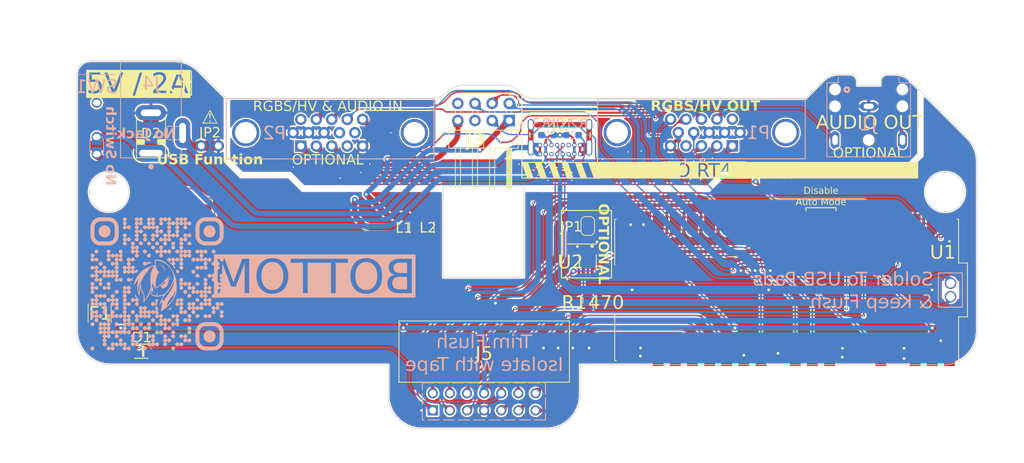
<source format=kicad_pcb>
(kicad_pcb (version 20241229) (generator "pcbnew") (generator_version "9.0")
  (title_block (title "jSmartSW Main Board for gScartSW v5.2") (date "2025-04-15") (rev "1.0") (company "Jeff Chen"))
  (layers (0 "F.Cu" signal) (2 "B.Cu" signal) (13 "F.Paste" user) (15 "B.Paste" user) (5 "F.SilkS" user "F.Silkscreen") (7 "B.SilkS" user "B.Silkscreen") (1 "F.Mask" user) (3 "B.Mask" user) (25 "Edge.Cuts" user))
  (net 0 "")
  (net 1 "Net-(P1-VSYNC)")
  (net 2 "/Audio_R")
  (net 3 "/Analog_Signal_GND")
  (net 4 "/Audio_L")
  (net 5 "GND")
  (net 6 "USB_D-")
  (net 7 "VBUS")
  (net 8 "Net-(J2-CC2)")
  (net 10 "Net-(J2-CC1)")
  (net 11 "USB_D+")
  (net 14 "/GND_Filtered")
  (net 15 "/5V_Unfused_Switched")
  (net 16 "EXT_bit2")
  (net 17 "INPUT_OVERRIDE")
  (net 18 "EXT_bit0")
  (net 20 "EXT_bit1")
  (net 21 "/5V_Filtered")
  (net 22 "SCREEN_SCL")
  (net 23 "BUTTON_6")
  (net 24 "BUTTON_5")
  (net 25 "BUTTON_7")
  (net 26 "BUTTON_3")
  (net 27 "BUTTON_1")
  (net 28 "BUTTON_2")
  (net 29 "SCREEN_SDA")
  (net 30 "RGBLED_DATA_ATTENUATED")
  (net 31 "3V3")
  (net 32 "BUTTON_4")
  (net 33 "BUTTON_8")
  (net 34 "/Green")
  (net 36 "/Blue")
  (net 37 "UART_TX")
  (net 38 "UART_RX")
  (net 40 "/Red")
  (net 46 "RGBLED_DATA_5V")
  (net 47 "RGBLED_DATA_3V3")
  (net 48 "USB_GND")
  (net 51 "/HSync")
  (net 52 "5V_Switched")
  (footprint "jSmartSW:DCK0005A-IPC_A" (layer "F.Cu") (at 156.14997 106.718423 -90)
    (property "Reference" "U2")
    (property "Value" "SN74LXC1T14DCKR")
  )
  (footprint "Fuse:Fuse_1812_4532Metric_Pad1.30x3.40mm_HandSolder" (layer "F.Cu") (at 83.769971 114.333422 90)
    (property "Reference" "F1")
    (property "Value" "PTC RESET  33V 750MA")
  )
  (footprint "Diode_SMD:D_SMB" (layer "F.Cu") (at 91.38 87.620001 90)
    (property "Reference" "D2")
    (property "Value" "SMBJ5343B-TP")
  )
  (footprint "Jumper:SolderJumper-2_P1.3mm_Open_RoundedPad1.0x1.5mm" (layer "F.Cu") (at 156.14997 101.408421 90)
    (property "Reference" "JP1")
    (property "Value" "Bypass level shifter")
  )
  (footprint "Connector_PinHeader_2.54mm:PinHeader_1x02_P2.54mm_Horizontal" (layer "F.Cu") (at 98.82997 89.51 90)
    (property "Reference" "J6" (hide yes))
    (property "Value" "Backfeed Power To USBC")
  )
  (footprint "jSmartSW:GCT_USB4085-GF-A_REVB" (layer "F.Cu") (at 152.024971 86.388422 180)
    (property "Reference" "J2")
    (property "Value" "USB4085-GF-A_REVB")
  )
  (footprint "Inductor_SMD:L_1206_3216Metric_Pad1.22x1.90mm_HandSolder" (layer "F.Cu") (at 132.44 101.6275 90)
    (property "Reference" "L2")
    (property "Value" "600R")
  )
  (footprint "jSmartSW:WS2812b_2020" (layer "F.Cu") (at 89.009971 119.458422)
    (property "Reference" "D1")
    (property "Value" "~")
  )
  (footprint "jSmartSW:RP2040_PICO" (layer "F.Cu") (at 185.639971 110.908421 -90)
    (property "Reference" "U1")
    (property "Value" "PICO")
  )
  (footprint "Resistor_SMD:R_0805_2012Metric_Pad1.20x1.40mm_HandSolder" (layer "F.Cu") (at 156.149971 112.678421 -90)
    (property "Reference" "R1")
    (property "Value" "470")
  )
  (footprint "Inductor_SMD:L_1206_3216Metric_Pad1.22x1.90mm_HandSolder" (layer "F.Cu") (at 128.82 101.6475 90)
    (property "Reference" "L1")
    (property "Value" "600R")
  )
  (footprint "jSmartSW:PinHeader_2x04_P2.54mm_Horizontal" (layer "F.Cu") (at 144.499971 83.218422 -90)
    (property "Reference" "J3")
    (property "Value" "EXT")
  )
  (footprint "jSmartSW:RainbowDash" (layer "F.Cu") (at 96.06 100.73)
    (property "Reference" "G***" (hide yes))
    (property "Value" "LOGO" (hide yes))
  )
  (footprint "Jumper:SolderJumper-2_P1.3mm_Bridged2Bar_RoundedPad1.0x1.5mm" (layer "F.Cu") (at 100.119971 89.51 180)
    (property "Reference" "JP2")
    (property "Value" "Permanent Backfeed Power To USBC")
  )
  (footprint "jSmartSW:SULLINS_SBH11-PBPC-D07-RA-BK" (layer "F.Cu") (at 140.779971 127.518423)
    (property "Reference" "J5")
    (property "Value" "SBH11-PBPC-D07-RA-BK")
  )
  (footprint "Jumper:SolderJumper-2_P1.3mm_Open_RoundedPad1.0x1.5mm" (layer "B.Cu") (at 83.329971 89.518423 90)
    (property "Reference" "JP3" (hide yes))
    (property "Value" "Always On")
  )
  (footprint "Resistor_SMD:R_0603_1608Metric_Pad0.98x0.95mm_HandSolder" (layer "B.Cu") (at 150.182471 87.928423)
    (property "Reference" "R3" (hide yes))
    (property "Value" "10K")
  )
  (footprint "jSmartSW:CUI_PJ-002A" (layer "B.Cu") (at 91.36997 90.608422 90)
    (property "Reference" "J4")
    (property "Value" "PJ-002A")
  )
  (footprint "jSmartSW:VGA_male_rightangle_slim" (layer "B.Cu") (at 105.434962 87.568401)
    (property "Reference" "P2")
    (property "Value" "From switch output")
  )
  (footprint "jSmartSW:QR" (layer "B.Cu") (at 92.28 110 180)
    (property "Reference" "G***" (hide yes))
    (property "Value" "LOGO" (hide yes))
  )
  (footprint "Jumper:SolderJumper-2_P1.3mm_Open_RoundedPad1.0x1.5mm" (layer "B.Cu") (at 94.789971 87.608421 180)
    (property "Reference" "JP4" (hide yes))
    (property "Value" "No Jack")
  )
  (footprint "jSmartSW:3.5mm_jack_horizontal" (layer "B.Cu") (at 197.808061 83.647988 -90)
    (property "Reference" "J1")
    (property "Value" "Audio Out")
  )
  (footprint "jSmartSW:BST13T1AVR" (layer "B.Cu") (at 83.329971 83.118422 -90)
    (property "Reference" "SW1")
    (property "Value" "~")
  )
  (footprint "jSmartSW:VGA_female_rightangle_slim" (layer "B.Cu") (at 160.509971 87.538423)
    (property "Reference" "P1")
    (property "Value" "To RT4K")
  )
  (footprint "Resistor_SMD:R_0603_1608Metric_Pad0.98x0.95mm_HandSolder" (layer "B.Cu") (at 153.87097 87.928423 180)
    (property "Reference" "R2")
    (property "Value" "10K")
  )
  (gr_poly (pts (xy 157.934766 94.288422) (xy 157.094767 91.968423) (xy 156.273563 91.968423) (xy 157.113562 94.288422)) (stroke (width 0.15)) (fill yes) (layer "F.SilkS"))
  (gr_poly (pts (xy 169.776911 94.288607) (xy 157.259969 94.288607) (xy 157.259971 91.971064) (xy 169.776911 91.971064)) (stroke (width 0.15)) (fill yes) (layer "F.SilkS"))
  (gr_poly (pts (xy 92.29 88.52) (xy 93.51 88.52) (xy 93.51 89.36) (xy 92.29 89.36)) (fill yes) (layer "F.SilkS"))
  (gr_rect (start 146.38105 91.971014) (end 158.052341 94.291015) (stroke (width 0.15)) (fill no) (layer "F.SilkS"))
  (gr_line (start 192.949969 99.158423) (end 192.94997 98.698422) (stroke (width 0.15)) (layer "F.SilkS"))
  (gr_poly (pts (xy 148.043813 94.291448) (xy 147.203813 91.971448) (xy 146.382609 91.971448) (xy 147.222608 94.291448)) (stroke (width 0.15)) (fill yes) (layer "F.SilkS"))
  (gr_line (start 188.494739 98.698394) (end 188.49474 99.158393) (stroke (width 0.15)) (layer "F.SilkS"))
  (gr_line (start 157.389971 104.088422) (end 153.18997 104.088422) (stroke (width 0.15)) (layer "F.SilkS"))
  (gr_poly (pts (xy 150.010982 94.289276) (xy 149.170982 91.969275) (xy 148.349778 91.969275) (xy 149.189779 94.289275)) (stroke (width 0.15)) (fill yes) (layer "F.SilkS"))
  (gr_line (start 146.381103 91.978488) (end 146.381102 81.738488) (stroke (width 0.15)) (layer "F.SilkS"))
  (gr_line (start 192.944971 98.698422) (end 188.49497 98.698422) (stroke (width 0.15)) (layer "F.SilkS"))
  (gr_line (start 157.589971 91.968423) (end 157.589971 82.438832) (stroke (width 0.15)) (layer "F.SilkS"))
  (gr_poly (pts (xy 151.997573 94.295602) (xy 151.157573 91.975603) (xy 150.336369 91.975603) (xy 151.176368 94.295602)) (stroke (width 0.15)) (fill yes) (layer "F.SilkS"))
  (gr_poly (pts (xy 153.964743 94.293429) (xy 153.124743 91.973429) (xy 152.303538 91.973429) (xy 153.143539 94.293429)) (stroke (width 0.15)) (fill yes) (layer "F.SilkS"))
  (gr_line (start 205.06936 92.167784) (end 205.06936 80.447783) (stroke (width 0.15)) (layer "F.SilkS"))
  (gr_poly (pts (xy 159.65997 109.128422) (xy 152.23997 109.128423) (xy 152.23997 99.108423) (xy 159.65997 99.108422)) (stroke (width 0.15)) (fill no) (layer "F.SilkS"))
  (gr_rect (start 94.12 78.424268) (end 97.389908 81.995732) (stroke (width 0.15)) (fill no) (layer "F.SilkS"))
  (gr_poly (pts (xy 155.967595 94.290596) (xy 155.127596 91.970596) (xy 154.306392 91.970596) (xy 155.146392 94.290595)) (stroke (width 0.15)) (fill yes) (layer "F.SilkS"))
  (gr_poly (pts (xy 177.028206 94.292265) (xy 177.028205 91.972264) (xy 205.069496 91.972264) (xy 205.069497 94.292265)) (stroke (width 0.15)) (fill yes) (layer "F.SilkS"))
  (gr_poly (pts (xy 89.25 88.52) (xy 90.47 88.52) (xy 90.47 89.36) (xy 89.25 89.36)) (fill yes) (layer "F.SilkS"))
  (gr_poly (pts (xy 211.68997 113.458422) (xy 208.12997 113.458422) (xy 208.12997 108.388423) (xy 211.689971 108.388422)) (stroke (width 0.15)) (fill no) (layer "B.SilkS"))
  (gr_rect (start 102.54 82.49) (end 133.33 91.46) (stroke (width 0.15)) (fill no) (layer "B.SilkS"))
  (gr_poly (pts (xy 131.619971 130.208422) (xy 131.619971 124.688423) (xy 149.87997 124.688422) (xy 149.879971 130.208422)) (stroke (width 0.15) (type dash)) (fill no) (layer "B.SilkS"))
  (gr_rect (start 157.61 82.51) (end 188.39 91.44) (stroke (width 0.15)) (fill no) (layer "B.SilkS"))
  (gr_line (start 85.379971 122.008422) (end 126.554311 122.008423) (stroke (width 0.1)) (layer "Edge.Cuts"))
  (gr_line (start 195.087171 78.908423) (end 193.238383 78.908421) (stroke (width 0.1)) (layer "Edge.Cuts"))
  (gr_arc (start 201.766141 78.908423) (mid 202.914196 79.136775) (end 203.88746 79.787101) (stroke (width 0.1)) (layer "Edge.Cuts"))
  (gr_line (start 135.50122 81.387172) (end 135.25872 81.629672) (stroke (width 0.1)) (layer "Edge.Cuts"))
  (gr_line (start 199.530389 79.908422) (end 199.530388 80.558423) (stroke (width 0.1)) (layer "Edge.Cuts"))
  (gr_line (start 94.853271 76.908423) (end 82.379971 76.908423) (stroke (width 0.1)) (layer "Edge.Cuts"))
  (gr_line (start 196.087177 80.558423) (end 196.087176 79.908422) (stroke (width 0.1)) (layer "Edge.Cuts"))
  (gr_arc (start 148.24257 82.508423) (mid 147.094533 82.280067) (end 146.12129 81.629743) (stroke (width 0.1)) (layer "Edge.Cuts"))
  (gr_arc (start 191.12668 79.787032) (mid 192.09551 79.138584) (end 193.238383 78.908421) (stroke (width 0.1)) (layer "Edge.Cuts"))
  (gr_arc (start 155.004312 126.508422) (mid 153.546809 130.036997) (end 150.024018 131.508423) (stroke (width 0.1)) (layer "Edge.Cuts"))
  (gr_poly (pts (xy 211.044969 112.083421) (xy 208.83497 112.083423) (xy 208.83497 109.733423) (xy 211.044971 109.733423)) (stroke (width 0.02)) (fill no) (layer "Edge.Cuts"))
  (gr_arc (start 135.50122 81.387172) (mid 136.47455 80.736802) (end 137.622671 80.508439) (stroke (width 0.1)) (layer "Edge.Cuts"))
  (gr_arc (start 143.757371 80.508422) (mid 144.905408 80.736778) (end 145.87865 81.387103) (stroke (width 0.1)) (layer "Edge.Cuts"))
  (gr_line (start 131.554271 131.508423) (end 150.024018 131.508423) (stroke (width 0.1)) (layer "Edge.Cuts"))
  (gr_line (start 102.524311 82.508423) (end 98.388777 78.372888) (stroke (width 0.1)) (layer "Edge.Cuts"))
  (gr_arc (start 199.530389 79.908422) (mid 199.823283 79.201322) (end 200.530388 78.908423) (stroke (width 0.1)) (layer "Edge.Cuts"))
  (gr_line (start 134.689971 95.548422) (end 146.68997 95.548422) (stroke (width 0.1)) (layer "Edge.Cuts"))
  (gr_line (start 199.530388 80.558423) (end 196.087177 80.558423) (stroke (width 0.1)) (layer "Edge.Cuts"))
  (gr_line (start 146.68997 95.548422) (end 146.68997 109.048423) (stroke (width 0.1)) (layer "Edge.Cuts"))
  (gr_arc (start 131.554271 131.508423) (mid 128.018736 130.043957) (end 126.554311 126.508422) (stroke (width 0.1)) (layer "Edge.Cuts"))
  (gr_line (start 134.68997 109.048422) (end 134.689971 95.548422) (stroke (width 0.1)) (layer "Edge.Cuts"))
  (gr_arc (start 80.379971 78.908423) (mid 80.965757 77.494209) (end 82.379971 76.908423) (stroke (width 0.1)) (layer "Edge.Cuts"))
  (gr_line (start 155.004311 122.008422) (end 208.87997 122.008422) (stroke (width 0.1)) (layer "Edge.Cuts"))
  (gr_circle (center 85.12997 96.358422) (end 82.185484 96.358422) (stroke (width 0.1)) (fill no) (layer "Edge.Cuts"))
  (gr_arc (start 213.87997 117.008422) (mid 212.415504 120.543957) (end 208.87997 122.008422) (stroke (width 0.1)) (layer "Edge.Cuts"))
  (gr_line (start 146.12129 81.629743) (end 145.87865 81.387103) (stroke (width 0.1)) (layer "Edge.Cuts"))
  (gr_line (start 201.766141 78.908423) (end 200.530388 78.908423) (stroke (width 0.1)) (layer "Edge.Cuts"))
  (gr_arc (start 195.087171 78.908423) (mid 195.794276 79.201316) (end 196.08717 79.908422) (stroke (width 0.1)) (layer "Edge.Cuts"))
  (gr_arc (start 212.415502 88.315141) (mid 213.499382 89.937257) (end 213.87997 91.850679) (stroke (width 0.1)) (layer "Edge.Cuts"))
  (gr_line (start 133.13727 82.508423) (end 102.524311 82.508423) (stroke (width 0.1)) (layer "Edge.Cuts"))
  (gr_line (start 188.40529 82.508422) (end 148.24257 82.508423) (stroke (width 0.1)) (layer "Edge.Cuts"))
  (gr_arc (start 85.379971 122.008422) (mid 81.844437 120.543956) (end 80.379971 117.008422) (stroke (width 0.1)) (layer "Edge.Cuts"))
  (gr_line (start 213.87997 117.008422) (end 213.87997 91.850679) (stroke (width 0.1)) (layer "Edge.Cuts"))
  (gr_arc (start 94.853271 76.908423) (mid 96.766679 77.289021) (end 98.388777 78.372888) (stroke (width 0.1)) (layer "Edge.Cuts"))
  (gr_line (start 126.554311 122.008423) (end 126.554311 126.508422) (stroke (width 0.1)) (layer "Edge.Cuts"))
  (gr_arc (start 135.25872 81.629672) (mid 134.285391 82.280042) (end 133.13727 82.508406) (stroke (width 0.1)) (layer "Edge.Cuts"))
  (gr_line (start 143.757371 80.508422) (end 137.622671 80.508422) (stroke (width 0.1)) (layer "Edge.Cuts"))
  (gr_line (start 80.379971 78.908423) (end 80.379971 117.008422) (stroke (width 0.1)) (layer "Edge.Cuts"))
  (gr_line (start 191.12668 79.787032) (end 188.40529 82.508422) (stroke (width 0.1)) (layer "Edge.Cuts"))
  (gr_line (start 155.004312 126.508422) (end 155.004311 122.008422) (stroke (width 0.1)) (layer "Edge.Cuts"))
  (gr_circle (center 209.129971 96.358422) (end 206.185485 96.358422) (stroke (width 0.1)) (fill no) (layer "Edge.Cuts"))
  (gr_line (start 212.415502 88.315141) (end 203.88746 79.787101) (stroke (width 0.1)) (layer "Edge.Cuts"))
  (gr_line (start 146.68997 109.048423) (end 134.68997 109.048422) (stroke (width 0.1)) (layer "Edge.Cuts"))
  (gr_text "OPTIONAL" (at 197.81 90.63 0) (layer "F.SilkS") (effects (font (size 1.5 1.5))))
  (gr_text "5V / 2A" (at 89.358651 80.445474 0) (layer "F.SilkS" knockout) (effects (font (size 3 3))))
  (gr_text "C" (at 95.1 80.467051 0) (layer "F.SilkS") (effects (font (size 3 3) (thickness 0.152))))
  (gr_text "USB Function" (at 100.12 91.63 0) (layer "F.SilkS") (effects (font (size 1.5 1.5) (thickness 0.3) (bold yes))))
  (gr_text "Disable\nAuto Mode" (at 190.72997 95.628422 0) (layer "F.SilkS") (effects (font (size 1 1) (thickness 0.152)) (justify top)))
  (gr_text "OPTIONAL" (at 158.39997 104.088422 -90) (layer "F.SilkS") (effects (font (size 1.5 1.5) (thickness 0.3) (bold yes))))
  (gr_text "RGBS/HV OUT" (at 173.579971 83.668422 0) (layer "F.SilkS") (effects (font (size 1.5 1.5) (thickness 0.3) (bold yes))))
  (gr_text "+" (at 96.26 80.057051 0) (layer "F.SilkS") (effects (font (size 2.5 2.5) (thickness 0.152))))
  (gr_text "AUDIO OUT" (at 197.98 86.15 0) (layer "F.SilkS") (effects (font (size 2 2))))
  (gr_text "⚠︎" (at 100.12 85.37 0) (layer "F.SilkS") (effects (font (size 2 2) (thickness 0.3) (bold yes))))
  (gr_text "RGBS/HV & AUDIO IN" (at 117.6 83.72 0) (layer "F.SilkS") (effects (font (size 1.5 1.5))))
  (gr_text "TO RT4K" (at 173.419971 93.294481 0) (layer "F.SilkS" knockout) (effects (font (size 2 2))))
  (gr_text "OPTIONAL" (at 117.6 91.66 0) (layer "F.SilkS") (effects (font (size 1.5 1.5))))
  (gr_text "BOTTOM" (at 115.66 109.31 0) (layer "B.SilkS" knockout) (effects (font (size 5 5)) (justify mirror)))
  (gr_text "Solder To USB Pads\n& Keep Flush" (at 207.37 111.1 0) (layer "B.SilkS") (effects (font (size 2 2) (thickness 0.152)) (justify left mirror)))
  (gr_text "Trim Flush\nIsolate with Tape" (at 140.79 120.4 0) (layer "B.SilkS") (effects (font (size 2 2) (thickness 0.152)) (justify mirror)))
  (gr_text "No Switch" (at 85.33997 89.528422 -90) (layer "B.SilkS") (effects (font (size 1.5 1.5) (thickness 0.3) (bold yes)) (justify mirror)))
  (gr_text "No Jack" (at 90.69 87.77 0) (layer "B.SilkS") (effects (font (size 1.5 1.5) (thickness 0.3) (bold yes)) (justify mirror)))
  (segment (start 170.394819 85.558423) (end 170.714971 85.558423) (width 0.2) (layer "F.Cu") (net 1))
  (segment (start 165.229971 87.898422) (end 166.812179 87.898422) (width 0.2) (layer "F.Cu") (net 1))
  (segment (start 168.226393 87.312634) (end 169.687712 85.851315) (width 0.2) (layer "F.Cu") (net 1))
  (via (at 165.229971 87.898422) (size 0.4) (drill 0.2) (layers "F.Cu" "B.Cu") (net 1))
  (arc (start 169.687712 85.851315) (mid 170.012135 85.634542) (end 170.394819 85.558423) (width 0.2) (layer "F.Cu") (net 1))
  (arc (start 166.812179 87.898422) (mid 167.577545 87.746182) (end 168.226393 87.312634) (width 0.2) (layer "F.Cu") (net 1))
  (segment (start 144.239242 81.306121) (end 136.910698 81.306121) (width 0.2) (layer "B.Cu") (net 1))
  (segment (start 162.232721 83.008422) (end 147.598398 83.008422) (width 0.2) (layer "B.Cu") (net 1))
  (segment (start 164.644183 84.591458) (end 163.646933 83.594209) (width 0.2) (layer "B.Cu") (net 1))
  (segment (start 165.229971 87.898422) (end 165.229971 86.005673) (width 0.2) (layer "B.Cu") (net 1))
  (segment (start 146.184184 82.422635) (end 145.653455 81.891906) (width 0.2) (layer "B.Cu") (net 1))
  (segment (start 132.504264 84.055701) (end 122.831089 84.055702) (width 0.2) (layer "B.Cu") (net 1))
  (segment (start 121.416875 84.641488) (end 120.469962 85.588401) (width 0.2) (layer "B.Cu") (net 1))
  (segment (start 135.496485 81.891909) (end 133.918478 83.469916) (width 0.2) (layer "B.Cu") (net 1))
  (arc (start 145.653455 81.891906) (mid 145.00461 81.458362) (end 144.239242 81.306121) (width 0.2) (layer "B.Cu") (net 1))
  (arc (start 122.831089 84.055702) (mid 122.065722 84.207941) (end 121.416875 84.641488) (width 0.2) (layer "B.Cu") (net 1))
  (arc (start 146.184184 82.422635) (mid 146.83303 82.856182) (end 147.598398 83.008422) (width 0.2) (layer "B.Cu") (net 1))
  (arc (start 164.644183 84.591458) (mid 165.077729 85.240306) (end 165.229971 86.005673) (width 0.2) (layer "B.Cu") (net 1))
  (arc (start 135.496485 81.891909) (mid 136.14533 81.458363) (end 136.910698 81.306121) (width 0.2) (layer "B.Cu") (net 1))
  (arc (start 163.646933 83.594209) (mid 162.998087 83.160664) (end 162.232721 83.008422) (width 0.2) (layer "B.Cu") (net 1))
  (arc (start 132.504264 84.055701) (mid 133.269632 83.90346) (end 133.918478 83.469916) (width 0.2) (layer "B.Cu") (net 1))
  (segment (start 166.21997 85.488422) (end 166.082864 85.351315) (width 0.2) (layer "F.Cu") (net 2))
  (segment (start 145.724184 87.994208) (end 145.305757 88.412635) (width 0.2) (layer "F.Cu") (net 2))
  (segment (start 134.859971 87.738422) (end 132.825757 89.772636) (width 0.2) (layer "F.Cu") (net 2))
  (segment (start 165.375756 85.058422) (end 147.714185 85.058422) (width 0.2) (layer "F.Cu") (net 2))
  (segment (start 146.309971 86.462637) (end 146.309971 86.579995) (width 0.2) (layer "F.Cu") (net 2))
  (segment (start 131.411544 90.358423) (end 128.358411 90.358423) (width 0.2) (layer "F.Cu") (net 2))
  (segment (start 143.891544 88.998422) (end 143.179971 88.998422) (width 0.2) (layer "F.Cu") (net 2))
  (segment (start 147.007077 85.351315) (end 146.602863 85.755529) (width 0.2) (layer "F.Cu") (net 2))
  (segment (start 126.944196 89.772636) (end 122.759962 85.588402) (width 0.2) (layer "F.Cu") (net 2))
  (via (at 143.179971 88.998422) (size 0.4) (drill 0.2) (layers "F.Cu" "B.Cu") (net 2))
  (via (at 166.21997 85.488422) (size 0.4) (drill 0.2) (layers "F.Cu" "B.Cu") (net 2))
  (via (at 134.859971 87.738422) (size 0.4) (drill 0.2) (layers "F.Cu" "B.Cu") (net 2))
  (arc (start 146.309971 86.579995) (mid 146.15773 87.345363) (end 145.724184 87.994208) (width 0.2) (layer "F.Cu") (net 2))
  (arc (start 146.309971 86.462637) (mid 146.386091 86.079953) (end 146.602863 85.755529) (width 0.2) (layer "F.Cu") (net 2))
  (arc (start 145.305757 88.412635) (mid 144.65691 88.846182) (end 143.891544 88.998422) (width 0.2) (layer "F.Cu") (net 2))
  (arc (start 132.825757 89.772636) (mid 132.176911 90.206181) (end 131.411544 90.358423) (width 0.2) (layer "F.Cu") (net 2))
  (arc (start 147.007077 85.351315) (mid 147.3315 85.134543) (end 147.714185 85.058422) (width 0.2) (layer "F.Cu") (net 2))
  (arc (start 166.082864 85.351315) (mid 165.75844 85.134542) (end 165.375756 85.058422) (width 0.2) (layer "F.Cu") (net 2))
  (arc (start 126.944196 89.772636) (mid 127.593044 90.206182) (end 128.358411 90.358423) (width 0.2) (layer "F.Cu") (net 2))
  (segment (start 166.21997 85.488422) (end 167.164185 84.544207) (width 0.2) (layer "B.Cu") (net 2))
  (segment (start 142.505757 88.324208) (end 143.179971 88.998422) (width 0.2) (layer "B.Cu") (net 2))
  (segment (start 168.578398 83.958422) (end 187.290068 83.958422) (width 0.2) (layer "B.Cu") (net 2))
  (segment (start 134.859971 87.738422) (end 141.091542 87.738423) (width 0.2) (layer "B.Cu") (net 2))
  (segment (start 188.704282 84.544209) (end 192.808061 88.647989) (width 0.2) (layer "B.Cu") (net 2))
  (arc (start 141.091542 87.738423) (mid 141.85691 87.890663) (end 142.505757 88.324208) (width 0.2) (layer "B.Cu") (net 2))
  (arc (start 167.164185 84.544207) (mid 167.81303 84.110663) (end 168.578398 83.958422) (width 0.2) (layer "B.Cu") (net 2))
  (arc (start 188.704282 84.544209) (mid 188.055436 84.110663) (end 187.290068 83.958422) (width 0.2) (layer "B.Cu") (net 2))
  (via (at 174.62997 91.318423) (size 0.4) (drill 0.2) (layers "F.Cu" "B.Cu") (net 3))
  (via (at 150.23997 94.638423) (size 0.4) (drill 0.2) (layers "F.Cu" "B.Cu") (net 3))
  (via (at 126.93997 87.568422) (size 0.4) (drill 0.2) (layers "F.Cu" "B.Cu") (net 3))
  (via (at 162.10997 90.418423) (size 0.4) (drill 0.2) (layers "F.Cu" "B.Cu") (net 3))
  (via (at 153.78997 94.648422) (size 0.4) (drill 0.2) (layers "F.Cu" "B.Cu") (net 3))
  (via (at 168.65997 91.418422) (size 0.4) (drill 0.2) (layers "F.Cu" "B.Cu") (net 3))
  (via (at 123.839971 92.218422) (size 0.4) (drill 0.2) (layers "F.Cu" "B.Cu") (net 3))
  (via (at 131.59997 92.368422) (size 0.4) (drill 0.2) (layers "F.Cu" "B.Cu") (net 3))
  (via (at 112.499971 92.678422) (size 0.4) (drill 0.2) (layers "F.Cu" "B.Cu") (net 3))
  (via (at 164.07997 90.288422) (size 0.4) (drill 0.2) (layers "F.Cu" "B.Cu") (net 3))
  (via (at 177.20997 92.748422) (size 0.4) (drill 0.2) (layers "F.Cu" "B.Cu") (net 3))
  (via (at 156.90997 92.298422) (size 0.4) (drill 0.2) (layers "F.Cu" "B.Cu") (net 3))
  (via (at 150.55997 93.468422) (size 0.4) (drill 0.2) (layers "F.Cu" "B.Cu") (net 3))
  (via (at 171.859969 91.788423) (size 0.4) (drill 0.2) (layers "F.Cu" "B.Cu") (net 3))
  (via (at 153.78997 93.498422) (size 0.4) (drill 0.2) (layers "F.Cu" "B.Cu") (net 3))
  (via (at 122.50997 93.468422) (size 0.4) (drill 0.2) (layers "F.Cu" "B.Cu") (net 3))
  (via (at 171.36997 94.488423) (size 0.4) (drill 0.2) (layers "F.Cu" "B.Cu") (net 3))
  (via (at 145.939971 92.248423) (size 0.4) (drill 0.2) (layers "F.Cu" "B.Cu") (net 3))
  (via (at 158.319971 91.508423) (size 0.4) (drill 0.2) (layers "F.Cu" "B.Cu") (net 3))
  (via (at 119.439969 94.318422) (size 0.4) (drill 0.2) (layers "F.Cu" "B.Cu") (net 3))
  (segment (start 144.66413 81.501009) (end 137.145811 81.501009) (width 0.2) (layer "F.Cu") (net 4))
  (segment (start 117.384154 84.09421) (end 115.889962 85.588401) (width 0.2) (layer "F.Cu") (net 4))
  (segment (start 135.731598 82.086796) (end 134.895757 82.922637) (width 0.2) (layer "F.Cu") (net 4))
  (segment (start 188.641543 83.198423) (end 148.018396 83.198422) (width 0.2) (layer "F.Cu") (net 4))
  (segment (start 200.551543 85.568423) (end 192.668397 85.568423) (width 0.2) (layer "F.Cu") (net 4))
  (segment (start 202.808061 88.647989) (end 202.80806 87.824941) (width 0.2) (layer "F.Cu") (net 4))
  (segment (start 202.222273 86.410726) (end 201.965756 86.154209) (width 0.2) (layer "F.Cu") (net 4))
  (segment (start 191.254184 84.982635) (end 190.055757 83.784208) (width 0.2) (layer "F.Cu") (net 4))
  (segment (start 146.604183 82.612636) (end 146.078341 82.086795) (width 0.2) (layer "F.Cu") (net 4))
  (segment (start 133.481543 83.508422) (end 118.798369 83.508422) (width 0.2) (layer "F.Cu") (net 4))
  (arc (start 201.965756 86.154209) (mid 201.316911 85.720663) (end 200.551543 85.568423) (width 0.2) (layer "F.Cu") (net 4))
  (arc (start 118.798369 83.508422) (mid 118.033002 83.660663) (end 117.384154 84.09421) (width 0.2) (layer "F.Cu") (net 4))
  (arc (start 146.604183 82.612636) (mid 147.25303 83.046181) (end 148.018396 83.198422) (width 0.2) (layer "F.Cu") (net 4))
  (arc (start 192.668397 85.568423) (mid 191.903031 85.416181) (end 191.254184 84.982635) (width 0.2) (layer "F.Cu") (net 4))
  (arc (start 202.80806 87.824941) (mid 202.65582 87.059573) (end 202.222273 86.410726) (width 0.2) (layer "F.Cu") (net 4))
  (arc (start 137.145811 81.501009) (mid 136.380444 81.653249) (end 135.731598 82.086796) (width 0.2) (layer "F.Cu") (net 4))
  (arc (start 190.055757 83.784208) (mid 189.40691 83.350663) (end 188.641543 83.198423) (width 0.2) (layer "F.Cu") (net 4))
  (arc (start 146.078341 82.086795) (mid 145.429496 81.653249) (end 144.66413 81.501009) (width 0.2) (layer "F.Cu") (net 4))
  (arc (start 134.895757 82.922637) (mid 134.246911 83.356182) (end 133.481543 83.508422) (width 0.2) (layer "F.Cu") (net 4))
  (segment (start 91.359971 84.618422) (end 91.369971 84.608423) (width 0.8) (layer "F.Cu") (net 5))
  (via (at 154.60997 104.458422) (size 0.8) (drill 0.4) (layers "F.Cu" "B.Cu") (net 5))
  (via (at 203.049969 121.088421) (size 0.8) (drill 0.4) (layers "F.Cu" "B.Cu") (net 5))
  (via (at 162.719971 110.898422) (size 0.8) (drill 0.4) (layers "F.Cu" "B.Cu") (net 5))
  (via (at 183.209971 108.038421) (size 0.8) (drill 0.4) (layers "F.Cu" "B.Cu") (net 5))
  (via (at 182.97997 110.888422) (size 0.8) (drill 0.4) (layers "F.Cu" "B.Cu") (net 5))
  (via (at 153.92997 119.528423) (size 0.8) (drill 0.4) (layers "F.Cu" "B.Cu") (net 5))
  (via (at 184.35997 120.318423) (size 0.8) (drill 0.4) (layers "F.Cu" "B.Cu") (net 5))
  (via (at 179.28997 120.598422) (size 0.8) (drill 0.4) (layers "F.Cu" "B.Cu") (net 5))
  (via (at 193.90997 119.568422) (size 0.8) (drill 0.4) (layers "F.Cu" "B.Cu") (net 5))
  (via (at 193.87997 120.888423) (size 0.8) (drill 0.4) (layers "F.Cu" "B.Cu") (net 5))
  (via (at 207.199971 110.908423) (size 0.8) (drill 0.4) (layers "F.Cu" "B.Cu") (net 5))
  (via (at 164.409971 101.228422) (size 0.8) (drill 0.4) (layers "F.Cu" "B.Cu") (net 5))
  (via (at 151.749971 119.528422) (size 0.8) (drill 0.4) (layers "F.Cu" "B.Cu") (net 5))
  (via (at 163.969971 119.518422) (size 0.8) (drill 0.4) (layers "F.Cu" "B.Cu") (net 5))
  (via (at 156.329971 119.528422) (size 0.8) (drill 0.4) (layers "F.Cu" "B.Cu") (net 5))
  (via (at 163.94997 120.728423) (size 0.8) (drill 0.4) (layers "F.Cu" "B.Cu") (net 5))
  (via (at 149.57997 119.528422) (size 0.8) (drill 0.4) (layers "F.Cu" "B.Cu") (net 5))
  (via (at 203.04997 119.568422) (size 0.8) (drill 0.4) (layers "F.Cu" "B.Cu") (net 5))
  (via (at 180.949971 108.038422) (size 0.8) (drill 0.4) (layers "F.Cu" "B.Cu") (net 5))
  (via (at 162.499971 101.228422) (size 0.8) (drill 0.4) (layers "F.Cu" "B.Cu") (net 5))
  (via (at 157.51997 103.778422) (size 0.8) (drill 0.4) (layers "F.Cu" "B.Cu") (net 5))
  (via (at 178.82997 108.038423) (size 0.8) (drill 0.4) (layers "F.Cu" "B.Cu") (net 5))
  (via (at 142.459971 112.868422) (size 0.8) (drill 0.4) (layers "F.Cu" "B.Cu") (net 5))
  (via (at 208.48997 118.448422) (size 0.8) (drill 0.4) (layers "F.Cu" "B.Cu") (net 5))
  (segment (start 169.56997 87.538423) (end 169.569971 90.079994) (width 0.2) (layer "B.Cu") (net 5))
  (segment (start 170.155758 91.494209) (end 174.613525 95.951976) (width 0.2) (layer "B.Cu") (net 5))
  (segment (start 174.967077 96.098423) (end 175.039969 96.098422) (width 0.2) (layer "B.Cu") (net 5))
  (arc (start 174.967077 96.098423) (mid 174.775736 96.060363) (end 174.613525 95.951976) (width 0.2) (layer "B.Cu") (net 5))
  (arc (start 170.155758 91.494209) (mid 169.722211 90.845362) (end 169.569971 90.079994) (width 0.2) (layer "B.Cu") (net 5))
  (segment (start 151.599971 90.748422) (end 151.599971 90.705529) (width 0.2) (layer "F.Cu") (net 6))
  (segment (start 151.746417 90.351975) (end 152.303524 89.794868) (width 0.2) (layer "F.Cu") (net 6))
  (segment (start 152.44997 89.441315) (end 152.44997 89.398422) (width 0.2) (layer "F.Cu") (net 6))
  (arc (start 152.44997 89.441315) (mid 152.41191 89.632656) (end 152.303524 89.794868) (width 0.2) (layer "F.Cu") (net 6))
  (arc (start 151.599971 90.705529) (mid 151.63803 90.514188) (end 151.746417 90.351975) (width 0.2) (layer "F.Cu") (net 6))
  (segment (start 152.814183 111.322636) (end 151.905756 110.414209) (width 0.2) (layer "B.Cu") (net 6))
  (segment (start 151.407838 91.960555) (end 151.512103 91.85629) (width 0.2) (layer "B.Cu") (net 6))
  (segment (start 209.939971 112.383423) (end 209.939971 112.498422) (width 0.2) (layer "B.Cu") (net 6))
  (segment (start 206.714183 112.692635) (end 206.515756 112.494208) (width 0.2) (layer "B.Cu") (net 6))
  (segment (start 151.319971 108.999995) (end 151.319971 92.172687) (width 0.2) (layer "B.Cu") (net 6))
  (segment (start 209.939971 112.498422) (end 209.745757 112.692636) (width 0.2) (layer "B.Cu") (net 6))
  (segment (start 151.599971 91.644158) (end 151.599971 90.748422) (width 0.2) (layer "B.Cu") (net 6))
  (segment (start 208.331544 113.278423) (end 208.128398 113.278423) (width 0.2) (layer "B.Cu") (net 6))
  (segment (start 205.101543 111.908422) (end 154.228398 111.908422) (width 0.2) (layer "B.Cu") (net 6))
  (arc (start 151.319971 92.172687) (mid 151.342807 92.057882) (end 151.407838 91.960555) (width 0.2) (layer "B.Cu") (net 6))
  (arc (start 151.512103 91.85629) (mid 151.577135 91.758964) (end 151.599971 91.644158) (width 0.2) (layer "B.Cu") (net 6))
  (arc (start 205.101543 111.908422) (mid 205.86691 112.060663) (end 206.515756 112.494208) (width 0.2) (layer "B.Cu") (net 6))
  (arc (start 206.714183 112.692635) (mid 207.363031 113.126181) (end 208.128398 113.278423) (width 0.2) (layer "B.Cu") (net 6))
  (arc (start 154.228398 111.908422) (mid 153.46303 111.756182) (end 152.814183 111.322636) (width 0.2) (layer "B.Cu") (net 6))
  (arc (start 208.331544 113.278423) (mid 209.09691 113.126181) (end 209.745757 112.692636) (width 0.2) (layer "B.Cu") (net 6))
  (arc (start 151.905756 110.414209) (mid 151.472211 109.765363) (end 151.319971 108.999995) (width 0.2) (layer "B.Cu") (net 6))
  (segment (start 153.857077 88.255529) (end 153.822863 88.221315) (width 0.3) (layer "F.Cu") (net 7))
  (segment (start 149.89997 90.748422) (end 149.89997 92.068422) (width 0.3) (layer "F.Cu") (net 7))
  (segment (start 150.192863 88.255529) (end 150.227077 88.221315) (width 0.3) (layer "F.Cu") (net 7))
  (segment (start 153.750681 91.518423) (end 150.339971 91.518423) (width 0.3) (layer "F.Cu") (net 7))
  (segment (start 149.89997 92.068422) (end 149.899971 91.958423) (width 0.3) (layer "F.Cu") (net 7))
  (segment (start 153.115756 87.928423) (end 152.027468 87.928423) (width 0.3) (layer "F.Cu") (net 7))
  (segment (start 150.934184 87.928423) (end 152.027468 87.928423) (width 0.3) (layer "F.Cu") (net 7))
  (segment (start 149.89997 91.488422) (end 149.89997 90.748422) (width 0.3) (layer "F.Cu") (net 7))
  (segment (start 150.339971 91.518423) (end 149.92997 91.518423) (width 0.3) (layer "F.Cu") (net 7))
  (segment (start 154.14997 90.748422) (end 154.14997 89.398423) (width 0.3) (layer "F.Cu") (net 7))
  (segment (start 154.14997 89.398423) (end 154.14997 88.962637) (width 0.3) (layer "F.Cu") (net 7))
  (segment (start 154.149971 91.119132) (end 154.14997 90.748422) (width 0.3) (layer "F.Cu") (net 7))
  (segment (start 149.899971 91.958423) (end 150.339971 91.518423) (width 0.3) (layer "F.Cu") (net 7))
  (segment (start 149.89997 89.398423) (end 149.899971 88.962636) (width 0.3) (layer "F.Cu") (net 7))
  (segment (start 149.92997 91.518423) (end 149.89997 91.488422) (width 0.3) (layer "F.Cu") (net 7))
  (segment (start 153.962813 91.430555) (end 154.062102 91.331265) (width 0.3) (layer "F.Cu") (net 7))
  (segment (start 149.89997 90.748422) (end 149.89997 89.398423) (width 0.3) (layer "F.Cu") (net 7))
  (via (at 149.89997 92.068422) (size 0.8) (drill 0.4) (layers "F.Cu" "B.Cu") (net 7))
  (via (at 152.027468 87.928423) (size 0.8) (drill 0.4) (layers "F.Cu" "B.Cu") (net 7))
  (arc (start 154.14997 88.962637) (mid 154.07385 88.579954) (end 153.857077 88.255529) (width 0.3) (layer "F.Cu") (net 7))
  (arc (start 153.822863 88.221315) (mid 153.498441 88.004543) (end 153.115756 87.928423) (width 0.3) (layer "F.Cu") (net 7))
  (arc (start 154.149971 91.119132) (mid 154.127135 91.233937) (end 154.062102 91.331265) (width 0.3) (layer "F.Cu") (net 7))
  (arc (start 153.750681 91.518423) (mid 153.865486 91.495587) (end 153.962813 91.430555) (width 0.3) (layer "F.Cu") (net 7))
  (arc (start 150.227077 88.221315) (mid 150.5515 88.004542) (end 150.934184 87.928423) (width 0.3) (layer "F.Cu") (net 7))
  (arc (start 149.899971 88.962636) (mid 149.97609 88.579954) (end 150.192863 88.255529) (width 0.3) (layer "F.Cu") (net 7))
  (segment (start 90.953398 90.608422) (end 91.36997 90.608422) (width 0.8) (layer "B.Cu") (net 7))
  (segment (start 91.841544 90.608422) (end 91.36997 90.608422) (width 0.8) (layer "B.Cu") (net 7))
  (segment (start 133.534184 94.93421) (end 127.625756 100.842637) (width 0.8) (layer "B.Cu") (net 7))
  (segment (start 126.211543 101.428422) (end 104.318397 101.428422) (width 0.8) (layer "B.Cu") (net 7))
  (segment (start 146.791543 94.348422) (end 134.948397 94.348422) (width 0.8) (layer "B.Cu") (net 7))
  (segment (start 149.89997 92.068422) (end 149.89997 89.398423) (width 0.3) (layer "B.Cu") (net 7))
  (segment (start 152.027468 87.928423) (end 152.95747 87.928423) (width 0.2) (layer "B.Cu") (net 7))
  (segment (start 102.904183 100.842635) (end 93.255756 91.194209) (width 0.8) (layer "B.Cu") (net 7))
  (segment (start 83.329971 88.198423) (end 86.886544 88.198423) (width 0.8) (layer "B.Cu") (net 7))
  (segment (start 152.027468 87.928423) (end 151.094971 87.928423) (width 0.2) (layer "B.Cu") (net 7))
  (segment (start 149.89997 92.068422) (end 148.205756 93.762636) (width 0.8) (layer "B.Cu") (net 7))
  (segment (start 154.149971 89.401629) (end 154.149971 90.735214) (width 0.3) (layer "B.Cu") (net 7))
  (segment (start 88.300757 88.78421) (end 89.539184 90.022637) (width 0.8) (layer "B.Cu") (net 7))
  (arc (start 89.539184 90.022637) (mid 90.18803 90.456181) (end 90.953398 90.608422) (width 0.8) (layer "B.Cu") (net 7))
  (arc (start 93.255756 91.194209) (mid 92.60691 90.760664) (end 91.841544 90.608422) (width 0.8) (layer "B.Cu") (net 7))
  (arc (start 148.205756 93.762636) (mid 147.556911 94.19618) (end 146.791543 94.348422) (width 0.8) (layer "B.Cu") (net 7))
  (arc (start 102.904183 100.842635) (mid 103.553031 101.276182) (end 104.318397 101.428422) (width 0.8) (layer "B.Cu") (net 7))
  (arc (start 134.948397 94.348422) (mid 134.183031 94.500664) (end 133.534184 94.93421) (width 0.8) (layer "B.Cu") (net 7))
  (arc (start 126.211543 101.428422) (mid 126.97691 101.276182) (end 127.625756 100.842637) (width 0.8) (layer "B.Cu") (net 7))
  (arc (start 88.300757 88.78421) (mid 87.65191 88.350663) (end 86.886544 88.198423) (width 0.8) (layer "B.Cu") (net 7))
  (segment (start 149.679971 87.928423) (end 149.26997 87.928423) (width 0.2) (layer "B.Cu") (net 8))
  (segment (start 150.74997 89.398423) (end 150.74997 88.998422) (width 0.2) (layer "B.Cu") (net 8))
  (segment (start 150.74997 88.998422) (end 149.679971 87.928423) (width 0.2) (layer "B.Cu") (net 8))
  (segment (start 154.922863 91.748423) (end 154.507078 91.748423) (width 0.2) (layer "B.Cu") (net 10))
  (segment (start 155.60997 88.96303) (end 155.60997 91.061316) (width 0.2) (layer "B.Cu") (net 10))
  (segment (start 154.78247 87.928423) (end 155.463524 88.609477) (width 0.2) (layer "B.Cu") (net 10))
  (segment (start 154.153523 91.601976) (end 153.29997 90.748422) (width 0.2) (layer "B.Cu") (net 10))
  (segment (start 155.463524 91.41487) (end 155.276417 91.601977) (width 0.2) (layer "B.Cu") (net 10))
  (arc (start 154.507078 91.748423) (mid 154.315735 91.710363) (end 154.153523 91.601976) (width 0.2) (layer "B.Cu") (net 10))
  (arc (start 155.463524 88.609477) (mid 155.57191 88.771689) (end 155.60997 88.96303) (width 0.2) (layer "B.Cu") (net 10))
  (arc (start 155.463524 91.41487) (mid 155.57191 91.252658) (end 155.60997 91.061316) (width 0.2) (layer "B.Cu") (net 10))
  (arc (start 155.276417 91.601977) (mid 155.114204 91.710363) (end 154.922863 91.748423) (width 0.2) (layer "B.Cu") (net 10))
  (segment (start 152.642103 91.960554) (end 152.537839 91.85629) (width 0.2) (layer "B.Cu") (net 11))
  (segment (start 152.449971 91.644158) (end 152.449971 90.748422) (width 0.2) (layer "B.Cu") (net 11))
  (segment (start 209.934971 109.433422) (end 209.655757 109.154208) (width 0.2) (layer "B.Cu") (net 11))
  (segment (start 152.72997 107.799995) (end 152.72997 92.172686) (width 0.2) (layer "B.Cu") (net 11))
  (segment (start 153.424182 109.322636) (end 153.315755 109.214209) (width 0.2) (layer "B.Cu") (net 11))
  (segment (start 151.599971 89.441316) (end 151.599971 89.398423) (width 0.2) (layer "B.Cu") (net 11))
  (segment (start 208.241543 108.568423) (end 208.098398 108.568423) (width 0.2) (layer "B.Cu") (net 11))
  (segment (start 209.939971 109.433423) (end 209.934971 109.433422) (width 0.2) (layer "B.Cu") (net 11))
  (segment (start 206.684184 109.154209) (end 206.515756 109.322636) (width 0.2) (layer "B.Cu") (net 11))
  (segment (start 152.303524 90.351976) (end 151.746416 89.794868) (width 0.2) (layer "B.Cu") (net 11))
  (segment (start 205.101544 109.908422) (end 154.838397 109.908422) (width 0.2) (layer "B.Cu") (net 11))
  (segment (start 152.449971 90.748422) (end 152.44997 90.70553) (width 0.2) (layer "B.Cu") (net 11))
  (arc (start 153.315755 109.214209) (mid 152.882211 108.565362) (end 152.72997 107.799995) (width 0.2) (layer "B.Cu") (net 11))
  (arc (start 209.655757 109.154208) (mid 209.006911 108.720663) (end 208.241543 108.568423) (width 0.2) (layer "B.Cu") (net 11))
  (arc (start 205.101544 109.908422) (mid 205.86691 109.756181) (end 206.515756 109.322636) (width 0.2) (layer "B.Cu") (net 11))
  (arc (start 154.838397 109.908422) (mid 154.073031 109.756182) (end 153.424182 109.322636) (width 0.2) (layer "B.Cu") (net 11))
  (arc (start 152.72997 92.172686) (mid 152.707134 92.057881) (end 152.642103 91.960554) (width 0.2) (layer "B.Cu") (net 11))
  (arc (start 208.098398 108.568423) (mid 207.33303 108.720663) (end 206.684184 109.154209) (width 0.2) (layer "B.Cu") (net 11))
  (arc (start 151.746416 89.794868) (mid 151.638031 89.632657) (end 151.599971 89.441316) (width 0.2) (layer "B.Cu") (net 11))
  (arc (start 152.44997 90.70553) (mid 152.41191 90.514188) (end 152.303524 90.351976) (width 0.2) (layer "B.Cu") (net 11))
  (arc (start 152.537839 91.85629) (mid 152.472807 91.758964) (end 152.449971 91.644158) (width 0.2) (layer "B.Cu") (net 11))
  (segment (start 140.12997 90.128423) (end 144.49997 85.758423) (width 0.8) (layer "F.Cu") (net 14))
  (segment (start 122.165757 100.564208) (end 122.665763 101.064214) (width 0.8) (layer "F.Cu") (net 14))
  (segment (start 124.079976 101.65) (end 129.926573 101.65) (width 0.8) (layer "F.Cu") (net 14))
  (segment (start 131.340787 101.064213) (end 132.44 99.965) (width 0.8) (layer "F.Cu") (net 14))
  (segment (start 121.579969 97.498422) (end 121.57997 99.149996) (width 0.8) (layer "F.Cu") (net 14))
  (via (at 121.579969 97.498422) (size 0.8) (drill 0.4) (layers "F.Cu" "B.Cu") (net 14))
  (via (at 140.12997 90.128423) (size 0.8) (drill 0.4) (layers "F.Cu" "B.Cu") (net 14))
  (arc (start 121.57997 99.149996) (mid 121.732211 99.915362) (end 122.165757 100.564208) (width 0.8) (layer "F.Cu") (net 14))
  (arc (start 131.340787 101.064213) (mid 130.69194 101.497759) (end 129.926573 101.65) (width 0.8) (layer "F.Cu") (net 14))
  (arc (start 124.079976 101.65) (mid 123.314609 101.497759) (end 122.665763 101.064214) (width 0.8) (layer "F.Cu") (net 14))
  (segment (start 121.687077 97.60553) (end 121.579969 97.498422) (width 0.8) (layer "B.Cu") (net 14))
  (segment (start 131.784183 90.714209) (end 125.185756 97.312636) (width 0.8) (layer "B.Cu") (net 14))
  (segment (start 123.771544 97.898422) (end 122.394184 97.898422) (width 0.8) (layer "B.Cu") (net 14))
  (segment (start 140.12997 90.128423) (end 133.198398 90.128423) (width 0.8) (layer "B.Cu") (net 14))
  (arc (start 125.185756 97.312636) (mid 124.53691 97.746181) (end 123.771544 97.898422) (width 0.8) (layer "B.Cu") (net 14))
  (arc (start 121.687077 97.60553) (mid 122.0115 97.822303) (end 122.394184 97.898422) (width 0.8) (layer "B.Cu") (net 14))
  (arc (start 133.198398 90.128423) (mid 132.43303 90.280663) (end 131.784183 90.714209) (width 0.8) (layer "B.Cu") (net 14))
  (segment (start 84.355758 103.692636) (end 88.924184 99.124209) (width 0.8) (layer "F.Cu") (net 15))
  (segment (start 88.924184 93.702635) (end 87.575757 92.354208) (width 0.8) (layer "F.Cu") (net 15))
  (segment (start 83.774184 91.182635) (end 83.329971 90.738422) (width 0.8) (layer "F.Cu") (net 15))
  (segment (start 86.161543 91.768422) (end 85.188397 91.768422) (width 0.8) (layer "F.Cu") (net 15))
  (segment (start 83.76997 112.10842) (end 83.769971 105.106849) (width 0.8) (layer "F.Cu") (net 15))
  (segment (start 89.50997 97.709995) (end 89.50997 95.11685) (width 0.8) (layer "F.Cu") (net 15))
  (arc (start 87.575757 92.354208) (mid 86.92691 91.920663) (end 86.161543 91.768422) (width 0.8) (layer "F.Cu") (net 15))
  (arc (start 85.188397 91.768422) (mid 84.42303 91.616181) (end 83.774184 91.182635) (width 0.8) (layer "F.Cu") (net 15))
  (arc (start 83.769971 105.106849) (mid 83.922211 104.341482) (end 84.355758 103.692636) (width 0.8) (layer "F.Cu") (net 15))
  (arc (start 88.924184 99.124209) (mid 89.357729 98.475363) (end 89.50997 97.709995) (width 0.8) (layer "F.Cu") (net 15))
  (arc (start 89.50997 95.11685) (mid 89.357729 94.351482) (end 88.924184 93.702635) (width 0.8) (layer "F.Cu") (net 15))
  (segment (start 189.44997 113.916849) (end 189.44997 120.598422) (width 0.2) (layer "F.Cu") (net 16))
  (segment (start 183.925757 107.564209) (end 188.864185 112.502637) (width 0.2) (layer "F.Cu") (net 16))
  (segment (start 177.749971 108.038421) (end 177.74997 107.658423) (width 0.2) (layer "F.Cu") (net 16))
  (segment (start 177.74997 107.658423) (end 177.844184 107.564209) (width 0.2) (layer "F.Cu") (net 16))
  (segment (start 179.258397 106.978422) (end 182.511544 106.978422) (width 0.2) (layer "F.Cu") (net 16))
  (via (at 177.749971 108.038421) (size 0.4) (drill 0.2) (layers "F.Cu" "B.Cu") (net 16))
  (arc (start 177.844184 107.564209) (mid 178.493031 107.130664) (end 179.258397 106.978422) (width 0.2) (layer "F.Cu") (net 16))
  (arc (start 188.864185 112.502637) (mid 189.29773 113.151483) (end 189.44997 113.916849) (width 0.2) (layer "F.Cu") (net 16))
  (arc (start 183.925757 107.564209) (mid 183.276911 107.130664) (end 182.511544 106.978422) (width 0.2) (layer "F.Cu") (net 16))
  (segment (start 157.424184 85.789985) (end 156.708406 85.074208) (width 0.2) (layer "B.Cu") (net 16))
  (segment (start 177.749971 108.038421) (end 176.953397 108.038422) (width 0.2) (layer "B.Cu") (net 16))
  (segment (start 140.104184 83.902636) (end 139.41997 83.218422) (width 0.2) (layer "B.Cu") (net 16))
  (segment (start 155.294193 84.488423) (end 141.518398 84.488422) (width 0.2) (layer "B.Cu") (net 16))
  (segment (start 175.539183 107.452636) (end 158.595756 90.509209) (width 0.2) (layer "B.Cu") (net 16))
  (segment (start 158.009971 89.094995) (end 158.00997 87.2042) (width 0.2) (layer "B.Cu") (net 16))
  (arc (start 140.104184 83.902636) (mid 140.75303 84.336181) (end 141.518398 84.488422) (width 0.2) (layer "B.Cu") (net 16))
  (arc (start 158.009971 89.094995) (mid 158.162212 89.860363) (end 158.595756 90.509209) (width 0.2) (layer "B.Cu") (net 16))
  (arc (start 158.00997 87.2042) (mid 157.85773 86.438831) (end 157.424184 85.789985) (width 0.2) (layer "B.Cu") (net 16))
  (arc (start 175.539183 107.452636) (mid 176.188029 107.886182) (end 176.953397 108.038422) (width 0.2) (layer "B.Cu") (net 16))
  (arc (start 156.708406 85.074208) (mid 156.059561 84.640662) (end 155.294193 84.488423) (width 0.2) (layer "B.Cu") (net 16))
  (segment (start 202.14997 107.178422) (end 202.149971 101.218422) (width 0.2) (layer "F.Cu") (net 17))
  (via (at 202.14997 107.178422) (size 0.4) (drill 0.2) (layers "F.Cu" "B.Cu") (net 17))
  (segment (start 147.545756 87.838423) (end 144.868398 87.838422) (width 0.2) (layer "B.Cu") (net 17))
  (segment (start 199.828559 109.118424) (end 199.765492 109.135321) (width 0.2) (layer "B.Cu") (net 17))
  (segment (start 200.136603 109.009351) (end 200.076281 109.034335) (width 0.2) (layer "B.Cu") (net 17))
  (segment (start 157.443959 91.544497) (end 157.418977 91.48418) (width 0.2) (layer "B.Cu") (net 17))
  (segment (start 156.053524 87.781976) (end 155.182862 86.911316) (width 0.2) (layer "B.Cu") (net 17))
  (segment (start 157.865444 92.183586) (end 157.825009 92.141935) (width 0.2) (layer "B.Cu") (net 17))
  (segment (start 200.310464 108.918853) (end 200.253921 108.951497) (width 0.2) (layer "B.Cu") (net 17))
  (segment (start 157.143524 88.301976) (end 156.916417 88.074869) (width 0.2) (layer "B.Cu") (net 17))
  (segment (start 174.273822 108.592273) (end 157.886225 92.204676) (width 0.2) (layer "B.Cu") (net 17))
  (segment (start 157.290193 90.794881) (end 157.290082 90.787452) (width 0.2) (layer "B.Cu") (net 17))
  (segment (start 156.562863 87.928423) (end 156.407078 87.928423) (width 0.2) (layer "B.Cu") (net 17))
  (segment (start 143.454183 87.252636) (end 141.95997 85.758423) (width 0.2) (layer "B.Cu") (net 17))
  (segment (start 157.289971 90.77254) (end 157.289971 88.65553) (width 0.2) (layer "B.Cu") (net 17))
  (segment (start 200.585675 108.729248) (end 200.527985 108.773512) (width 0.2) (layer "B.Cu") (net 17))
  (segment (start 202.14997 107.178422) (end 200.736223 108.592168) (width 0.2) (layer "B.Cu") (net 17))
  (segment (start 157.376932 91.360319) (end 157.360036 91.297258) (width 0.2) (layer "B.Cu") (net 17))
  (segment (start 174.48194 108.773526) (end 174.424313 108.729308) (width 0.2) (layer "B.Cu") (net 17))
  (segment (start 157.59231 91.835677) (end 157.559668 91.779139) (width 0.2) (layer "B.Cu") (net 17))
  (segment (start 175.452184 109.171316) (end 175.437719 109.16941) (width 0.2) (layer "B.Cu") (net 17))
  (segment (start 174.756009 108.951513) (end 174.699468 108.918871) (width 0.2) (layer "B.Cu") (net 17))
  (segment (start 175.690998 109.188313) (end 175.68367 109.188205) (width 0.2) (layer "B.Cu") (net 17))
  (segment (start 157.309 91.040663) (end 157.307075 91.026047) (width 0.2) (layer "B.Cu") (net 17))
  (segment (start 175.181135 109.118377) (end 175.11807 109.101479) (width 0.2) (layer "B.Cu") (net 17))
  (segment (start 174.336396 108.653338) (end 174.294695 108.612842) (width 0.2) (layer "B.Cu") (net 17))
  (segment (start 200.715135 108.612948) (end 200.673485 108.653384) (width 0.2) (layer "B.Cu") (net 17))
  (segment (start 199.637197 109.160837) (end 199.500051 109.178893) (width 0.2) (layer "B.Cu") (net 17))
  (segment (start 148.887076 86.911316) (end 148.252862 87.54553) (width 0.2) (layer "B.Cu") (net 17))
  (segment (start 199.384465 109.187333) (end 199.326469 109.1882) (width 0.2) (layer "B.Cu") (net 17))
  (segment (start 199.296616 109.188422) (end 175.705797 109.188423) (width 0.2) (layer "B.Cu") (net 17))
  (segment (start 157.749145 92.054126) (end 157.66498 91.944439) (width 0.2) (layer "B.Cu") (net 17))
  (segment (start 174.994204 109.059433) (end 174.873328 109.009367) (width 0.2) (layer "B.Cu") (net 17))
  (segment (start 154.475757 86.618422) (end 149.594185 86.618422) (width 0.2) (layer "B.Cu") (net 17))
  (arc (start 157.66498 91.944439) (mid 157.626865 91.891247) (end 157.59231 91.835677) (width 0.2) (layer "B.Cu") (net 17))
  (arc (start 199.828559 109.118424) (mid 199.953796 109.080434) (end 200.076281 109.034335) (width 0.2) (layer "B.Cu") (net 17))
  (arc (start 157.865444 92.183586) (mid 157.875796 92.194169) (end 157.886225 92.204676) (width 0.2) (layer "B.Cu") (net 17))
  (arc (start 148.887076 86.911316) (mid 149.2115 86.694542) (end 149.594185 86.618422) (width 0.2) (layer "B.Cu") (net 17))
  (arc (start 143.454183 87.252636) (mid 144.103029 87.686182) (end 144.868398 87.838422) (width 0.2) (layer "B.Cu") (net 17))
  (arc (start 154.475757 86.618422) (mid 154.858439 86.694542) (end 155.182862 86.911316) (width 0.2) (layer "B.Cu") (net 17))
  (arc (start 157.360036 91.297258) (mid 157.330317 91.169796) (end 157.309 91.040663) (width 0.2) (layer "B.Cu") (net 17))
  (arc (start 200.736223 108.592168) (mid 200.725717 108.602598) (end 200.715135 108.612948) (width 0.2) (layer "B.Cu") (net 17))
  (arc (start 199.384465 109.187333) (mid 199.442381 109.184788) (end 199.500051 109.178893) (width 0.2) (layer "B.Cu") (net 17))
  (arc (start 148.252862 87.54553) (mid 147.92844 87.762302) (end 147.545756 87.838423) (width 0.2) (layer "B.Cu") (net 17))
  (arc (start 157.290193 90.794881) (mid 157.295282 90.91071) (end 157.307075 91.026047) (width 0.2) (layer "B.Cu") (net 17))
  (arc (start 174.48194 108.773526) (mid 174.588325 108.84976) (end 174.699468 108.918871) (width 0.2) (layer "B.Cu") (net 17))
  (arc (start 200.253921 108.951497) (mid 200.196209 108.982343) (end 200.136603 109.009351) (width 0.2) (layer "B.Cu") (net 17))
  (arc (start 175.452184 109.171316) (mid 175.567682 109.183121) (end 175.68367 109.188205) (width 0.2) (layer "B.Cu") (net 17))
  (arc (start 175.705797 109.188423) (mid 175.698397 109.188395) (end 175.690998 109.188313) (width 0.2) (layer "B.Cu") (net 17))
  (arc (start 157.289971 90.77254) (mid 157.289999 90.779995) (end 157.290082 90.787452) (width 0.2) (layer "B.Cu") (net 17))
  (arc (start 174.873328 109.009367) (mid 174.813721 108.982361) (end 174.756009 108.951513) (width 0.2) (layer "B.Cu") (net 17))
  (arc (start 200.310464 108.918853) (mid 200.421603 108.849743) (end 200.527985 108.773512) (width 0.2) (layer "B.Cu") (net 17))
  (arc (start 157.143524 88.301976) (mid 157.251911 88.464187) (end 157.289971 88.65553) (width 0.2) (layer "B.Cu") (net 17))
  (arc (start 175.437719 109.16941) (mid 175.308591 109.148094) (end 175.181135 109.118377) (width 0.2) (layer "B.Cu") (net 17))
  (arc (start 174.336396 108.653338) (mid 174.379249 108.692601) (end 174.424313 108.729308) (width 0.2) (layer "B.Cu") (net 17))
  (arc (start 157.443959 91.544497) (mid 157.497974 91.663713) (end 157.559668 91.779139) (width 0.2) (layer "B.Cu") (net 17))
  (arc (start 157.376932 91.360319) (mid 157.395926 91.422938) (end 157.418977 91.48418) (width 0.2) (layer "B.Cu") (net 17))
  (arc (start 200.673485 108.653384) (mid 200.63068 108.692591) (end 200.585675 108.729248) (width 0.2) (layer "B.Cu") (net 17))
  (arc (start 174.994204 109.059433) (mid 175.055448 109.082484) (end 175.11807 109.101479) (width 0.2) (layer "B.Cu") (net 17))
  (arc (start 199.637197 109.160837) (mid 199.701762 109.150179) (end 199.765492 109.135321) (width 0.2) (layer "B.Cu") (net 17))
  (arc (start 157.749145 92.054126) (mid 157.785802 92.099133) (end 157.825009 92.141935) (width 0.2) (layer "B.Cu") (net 17))
  (arc (start 156.407078 87.928423) (mid 156.215735 87.890363) (end 156.053524 87.781976) (width 0.2) (layer "B.Cu") (net 17))
  (arc (start 174.273822 108.592273) (mid 174.28422 108.602596) (end 174.294695 108.612842) (width 0.2) (layer "B.Cu") (net 17))
  (arc (start 156.562863 87.928423) (mid 156.754204 87.966483) (end 156.916417 88.074869) (width 0.2) (layer "B.Cu") (net 17))
  (arc (start 199.296616 109.188422) (mid 199.311542 109.188366) (end 199.326469 109.1882) (width 0.2) (layer "B.Cu") (net 17))
  (segment (start 181.82997 110.82185) (end 181.82997 120.598422) (width 0.2) (layer "F.Cu") (net 18))
  (segment (start 179.87497 108.038422) (end 181.244184 109.407636) (width 0.2) (layer "F.Cu") (net 18))
  (via (at 179.87497 108.038422) (size 0.4) (drill 0.2) (layers "F.Cu" "B.Cu") (net 18))
  (arc (start 181.82997 110.82185) (mid 181.677729 110.056482) (end 181.244184 109.407636) (width 0.2) (layer "F.Cu") (net 18))
  (segment (start 144.684184 83.402635) (end 144.499971 83.218422) (width 0.2) (layer "B.Cu") (net 18))
  (segment (start 162.524184 85.892635) (end 161.205757 84.574208) (width 0.2) (layer "B.Cu") (net 18))
  (segment (start 177.530757 106.108423) (end 177.134184 106.108423) (width 0.2) (layer "B.Cu") (net 18))
  (segment (start 159.791543 83.988423) (end 146.098396 83.988423) (width 0.2) (layer "B.Cu") (net 18))
  (segment (start 179.87497 108.038422) (end 178.237863 106.401315) (width 0.2) (layer "B.Cu") (net 18))
  (segment (start 176.427077 105.815529) (end 163.695756 93.084208) (width 0.2) (layer "B.Cu") (net 18))
  (segment (start 163.10997 91.669995) (end 163.10997 87.30685) (width 0.2) (layer "B.Cu") (net 18))
  (arc (start 146.098396 83.988423) (mid 145.33303 83.836182) (end 144.684184 83.402635) (width 0.2) (layer "B.Cu") (net 18))
  (arc (start 161.205757 84.574208) (mid 160.556911 84.140664) (end 159.791543 83.988423) (width 0.2) (layer "B.Cu") (net 18))
  (arc (start 177.134184 106.108423) (mid 176.751502 106.032302) (end 176.427077 105.815529) (width 0.2) (layer "B.Cu") (net 18))
  (arc (start 163.10997 87.30685) (mid 162.957728 86.541481) (end 162.524184 85.892635) (width 0.2) (layer "B.Cu") (net 18))
  (arc (start 163.695756 93.084208) (mid 163.262211 92.435362) (end 163.10997 91.669995) (width 0.2) (layer "B.Cu") (net 18))
  (arc (start 178.237863 106.401315) (mid 177.913441 106.184542) (end 177.530757 106.108423) (width 0.2) (layer "B.Cu") (net 18))
  (segment (start 142.917076 82.261316) (end 141.95997 83.218422) (width 0.2) (layer "F.Cu") (net 20))
  (segment (start 182.059971 108.038423) (end 186.324184 112.302637) (width 0.2) (layer "F.Cu") (net 20))
  (segment (start 145.86997 83.458423) (end 145.86997 83.072637) (width 0.2) (layer "F.Cu") (net 20))
  (segment (start 145.577078 82.365529) (end 145.472864 82.261315) (width 0.2) (layer "F.Cu") (net 20))
  (segment (start 182.034969 108.038422) (end 182.059971 108.038423) (width 0.2) (layer "F.Cu") (net 20))
  (segment (start 186.909971 113.716849) (end 186.909971 120.598422) (width 0.2) (layer "F.Cu") (net 20))
  (segment (start 144.765756 81.968422) (end 143.624184 81.968422) (width 0.2) (layer "F.Cu") (net 20))
  (via (at 145.86997 83.458423) (size 0.4) (drill 0.2) (layers "F.Cu" "B.Cu") (net 20))
  (via (at 182.034969 108.038422) (size 0.4) (drill 0.2) (layers "F.Cu" "B.Cu") (net 20))
  (arc (start 186.909971 113.716849) (mid 186.757729 112.951483) (end 186.324184 112.302637) (width 0.2) (layer "F.Cu") (net 20))
  (arc (start 143.624184 81.968422) (mid 143.241501 82.044542) (end 142.917076 82.261316) (width 0.2) (layer "F.Cu") (net 20))
  (arc (start 145.577078 82.365529) (mid 145.79385 82.689952) (end 145.86997 83.072637) (width 0.2) (layer "F.Cu") (net 20))
  (arc (start 145.472864 82.261315) (mid 145.148441 82.044542) (end 144.765756 81.968422) (width 0.2) (layer "F.Cu") (net 20))
  (segment (start 178.573472 104.578199) (end 178.515478 104.577334) (width 0.2) (layer "B.Cu") (net 20))
  (segment (start 177.646017 104.341497) (end 177.589477 104.308854) (width 0.2) (layer "B.Cu") (net 20))
  (segment (start 181.765272 106.732706) (end 181.73263 106.676167) (width 0.2) (layer "B.Cu") (net 20))
  (segment (start 181.659959 106.567404) (end 181.575798 106.457721) (width 0.2) (layer "B.Cu") (net 20))
  (segment (start 165.069971 91.059996) (end 165.06997 90.32685) (width 0.2) (layer "B.Cu") (net 20))
  (segment (start 178.896316 104.57864) (end 178.866768 104.578422) (width 0.2) (layer "B.Cu") (net 20))
  (segment (start 180.300951 105.169402) (end 180.290485 105.159091) (width 0.2) (layer "B.Cu") (net 20))
  (segment (start 177.179488 103.997785) (end 177.168955 103.987408) (width 0.2) (layer "B.Cu") (net 20))
  (segment (start 179.461871 104.665366) (end 179.398802 104.648467) (width 0.2) (layer "B.Cu") (net 20))
  (segment (start 181.43872 106.307171) (end 180.300951 105.169402) (width 0.2) (layer "B.Cu") (net 20))
  (segment (start 179.706612 104.757478) (end 179.585738 104.707412) (width 0.2) (layer "B.Cu") (net 20))
  (segment (start 178.399887 104.568892) (end 178.262744 104.550838) (width 0.2) (layer "B.Cu") (net 20))
  (segment (start 181.575798 106.457721) (end 181.499929 106.369907) (width 0.2) (layer "B.Cu") (net 20))
  (segment (start 178.515478 104.577334) (end 178.399887 104.568892) (width 0.2) (layer "B.Cu") (net 20))
  (segment (start 177.823654 104.424333) (end 177.763339 104.399351) (width 0.2) (layer "B.Cu") (net 20))
  (segment (start 180.109458 105.002109) (end 180.097995 104.993314) (width 0.2) (layer "B.Cu") (net 20))
  (segment (start 177.168955 103.987408) (end 165.655757 92.47421) (width 0.2) (layer "B.Cu") (net 20))
  (segment (start 182.034969 108.038422) (end 182.034971 107.739307) (width 0.2) (layer "B.Cu") (net 20))
  (segment (start 177.763339 104.399351) (end 177.646017 104.341497) (width 0.2) (layer "B.Cu") (net 20))
  (segment (start 178.262744 104.550838) (end 178.134448 104.52532) (width 0.2) (layer "B.Cu") (net 20))
  (segment (start 164.16997 88.184209) (end 164.16997 86.716849) (width 0.2) (layer "B.Cu") (net 20))
  (segment (start 179.585738 104.707412) (end 179.461871 104.665366) (width 0.2) (layer "B.Cu") (net 20))
  (segment (start 181.459491 106.328254) (end 181.43872 106.307171) (width 0.2) (layer "B.Cu") (net 20))
  (segment (start 178.866768 104.578422) (end 178.603324 104.578422) (width 0.2) (layer "B.Cu") (net 20))
  (segment (start 178.134448 104.52532) (end 178.071387 104.508423) (width 0.2) (layer "B.Cu") (net 20))
  (segment (start 164.484185 88.912636) (end 164.462864 88.891315) (width 0.2) (layer "B.Cu") (net 20))
  (segment (start 179.070132 104.587943) (end 178.954387 104.579498) (width 0.2) (layer "B.Cu") (net 20))
  (segment (start 182.017865 107.485794) (end 182.015938 107.471174) (width 0.2) (layer "B.Cu") (net 20))
  (segment (start 178.954387 104.579498) (end 178.896316 104.57864) (width 0.2) (layer "B.Cu") (net 20))
  (segment (start 177.184754 104.002898) (end 177.179488 103.997785) (width 0.2) (layer "B.Cu") (net 20))
  (segment (start 180.290485 105.159091) (end 180.285292 105.154048) (width 0.2) (layer "B.Cu") (net 20))
  (segment (start 181.73263 106.676167) (end 181.659959 106.567404) (width 0.2) (layer "B.Cu") (net 20))
  (segment (start 179.880476 104.847977) (end 179.823929 104.81533) (width 0.2) (layer "B.Cu") (net 20))
  (segment (start 181.905965 107.027662) (end 181.880981 106.967346) (width 0.2) (layer "B.Cu") (net 20))
  (segment (start 182.034971 107.739307) (end 182.034858 107.724391) (width 0.2) (layer "B.Cu") (net 20))
  (segment (start 181.948009 107.151526) (end 181.905965 107.027662) (width 0.2) (layer "B.Cu") (net 20))
  (segment (start 182.034858 107.724391) (end 182.034747 107.716967) (width 0.2) (layer "B.Cu") (net 20))
  (segment (start 181.964906 107.214593) (end 181.948009 107.151526) (width 0.2) (layer "B.Cu") (net 20))
  (segment (start 179.142223 104.597435) (end 179.070132 104.587943) (width 0.2) (layer "B.Cu") (net 20))
  (segment (start 163.584183 85.302635) (end 162.325757 84.044209) (width 0.2) (layer "B.Cu") (net 20))
  (segment (start 178.603324 104.578422) (end 178.573472 104.578199) (width 0.2) (layer "B.Cu") (net 20))
  (segment (start 177.371954 104.163513) (end 177.360378 104.154631) (width 0.2) (layer "B.Cu") (net 20))
  (segment (start 160.911544 83.458422) (end 145.86997 83.458423) (width 0.2) (layer "B.Cu") (net 20))
  (segment (start 179.823929 104.81533) (end 179.706612 104.757478) (width 0.2) (layer "B.Cu") (net 20))
  (segment (start 181.499929 106.369907) (end 181.459491 106.328254) (width 0.2) (layer "B.Cu") (net 20))
  (arc (start 180.285292 105.154048) (mid 180.199584 105.075522) (end 180.109458 105.002109) (width 0.2) (layer "B.Cu") (net 20))
  (arc (start 177.360378 104.154631) (mid 177.270362 104.081314) (end 177.184754 104.002898) (width 0.2) (layer "B.Cu") (net 20))
  (arc (start 165.655757 92.47421) (mid 165.22221 91.825363) (end 165.069971 91.059996) (width 0.2) (layer "B.Cu") (net 20))
  (arc (start 182.015938 107.471174) (mid 181.994623 107.342048) (end 181.964906 107.214593) (width 0.2) (layer "B.Cu") (net 20))
  (arc (start 179.398802 104.648467) (mid 179.271347 104.618752) (end 179.142223 104.597435) (width 0.2) (layer "B.Cu") (net 20))
  (arc (start 178.071387 104.508423) (mid 177.946144 104.470433) (end 177.823654 104.424333) (width 0.2) (layer "B.Cu") (net 20))
  (arc (start 181.880981 106.967346) (mid 181.826968 106.848131) (end 181.765272 106.732706) (width 0.2) (layer "B.Cu") (net 20))
  (arc (start 177.589477 104.308854) (mid 177.478337 104.239744) (end 177.371954 104.163513) (width 0.2) (layer "B.Cu") (net 20))
  (arc (start 164.462864 88.891315) (mid 164.24609 88.566892) (end 164.16997 88.184209) (width 0.2) (layer "B.Cu") (net 20))
  (arc (start 180.097995 104.993314) (mid 179.991615 104.917086) (end 179.880476 104.847977) (width 0.2) (layer "B.Cu") (net 20))
  (arc (start 160.911544 83.458422) (mid 161.676911 83.610664) (end 162.325757 84.044209) (width 0.2) (layer "B.Cu") (net 20))
  (arc (start 164.16997 86.716849) (mid 164.01773 85.951483) (end 163.584183 85.302635) (width 0.2) (layer "B.Cu") (net 20))
  (arc (start 165.06997 90.32685) (mid 164.91773 89.561481) (end 164.484185 88.912636) (width 0.2) (layer "B.Cu") (net 20))
  (arc (start 182.034747 107.716967) (mid 182.029658 107.601135) (end 182.017865 107.485794) (width 0.2) (layer "B.Cu") (net 20))
  (segment (start 123.279969 96.728423) (end 123.279971 96.728423) (width 0.8) (layer "F.Cu") (net 21))
  (segment (start 126.42997 91.488422) (end 132.961544 91.488422) (width 0.8) (layer "F.Cu") (net 21))
  (segment (start 127.364975 99.985) (end 128.82 99.985) (width 0.8) (layer "F.Cu") (net 21))
  (segment (start 136.87997 87.569996) (end 136.87997 85.758422) (width 0.8) (layer "F.Cu") (net 21))
  (segment (start 134.375757 90.902635) (end 136.294183 88.984208) (width 0.8) (layer "F.Cu") (net 21))
  (segment (start 123.279971 96.728423) (end 125.950762 99.399214) (width 0.8) (layer "F.Cu") (net 21))
  (via (at 126.42997 91.488422) (size 0.8) (drill 0.4) (layers "F.Cu" "B.Cu") (net 21))
  (via (at 123.279969 96.728423) (size 0.8) (drill 0.4) (layers "F.Cu" "B.Cu") (net 21))
  (arc (start 134.375757 90.902635) (mid 133.72691 91.336182) (end 132.961544 91.488422) (width 0.8) (layer "F.Cu") (net 21))
  (arc (start 125.950762 99.399214) (mid 126.599608 99.832759) (end 127.364975 99.985) (width 0.8) (layer "F.Cu") (net 21))
  (arc (start 136.294183 88.984208) (mid 136.727729 88.335362) (end 136.87997 87.569996) (width 0.8) (layer "F.Cu") (net 21))
  (segment (start 123.279971 96.648422) (end 125.844185 94.084209) (width 0.8) (layer "B.Cu") (net 21))
  (segment (start 123.279969 96.728423) (end 123.279971 96.648422) (width 0.8) (layer "B.Cu") (net 21))
  (segment (start 126.429971 92.669994) (end 126.42997 91.488422) (width 0.8) (layer "B.Cu") (net 21))
  (arc (start 126.429971 92.669994) (mid 126.277729 93.435362) (end 125.844185 94.084209) (width 0.8) (layer "B.Cu") (net 21))
  (segment (start 140.849971 119.006849) (end 140.84997 121.299995) (width 0.2) (layer "F.Cu") (net 22))
  (segment (start 194.529971 101.218422) (end 194.52997 113.678422) (width 0.2) (layer "F.Cu") (net 22))
  (segment (start 138.49997 125.306849) (end 138.49997 125.677762) (width 0.2) (layer "F.Cu") (net 22))
  (segment (start 145.349971 113.678422) (end 141.435756 117.592637) (width 0.2) (layer "F.Cu") (net 22))
  (segment (start 138.280301 126.208092) (end 138.239969 126.248422) (width 0.2) (layer "F.Cu") (net 22))
  (segment (start 140.264183 122.71421) (end 139.085757 123.892636) (width 0.2) (layer "F.Cu") (net 22))
  (via (at 145.349971 113.678422) (size 0.4) (drill 0.2) (layers "F.Cu" "B.Cu") (net 22))
  (via (at 194.52997 113.678422) (size 0.4) (drill 0.2) (layers "F.Cu" "B.Cu") (net 22))
  (arc (start 140.264183 122.71421) (mid 140.69773 122.065362) (end 140.84997 121.299995) (width 0.2) (layer "F.Cu") (net 22))
  (arc (start 141.435756 117.592637) (mid 141.002211 118.241483) (end 140.849971 119.006849) (width 0.2) (layer "F.Cu") (net 22))
  (arc (start 139.085757 123.892636) (mid 138.652212 124.541483) (end 138.49997 125.306849) (width 0.2) (layer "F.Cu") (net 22))
  (arc (start 138.280301 126.208092) (mid 138.442879 125.964776) (end 138.49997 125.677762) (width 0.2) (layer "F.Cu") (net 22))
  (segment (start 145.349971 113.678422) (end 194.52997 113.678422) (width 0.2) (layer "B.Cu") (net 22))
  (segment (start 171.66997 120.598422) (end 171.669971 119.34685) (width 0.2) (layer "F.Cu") (net 23))
  (segment (start 169.541543 117.218422) (end 158.258396 117.218423) (width 0.2) (layer "F.Cu") (net 23))
  (segment (start 171.084183 117.932635) (end 170.955757 117.804208) (width 0.2) (layer "F.Cu") (net 23))
  (segment (start 156.844184 117.804209) (end 148.39997 126.248423) (width 0.2) (layer "F.Cu") (net 23))
  (arc (start 171.669971 119.34685) (mid 171.51773 118.581482) (end 171.084183 117.932635) (width 0.2) (layer "F.Cu") (net 23))
  (arc (start 156.844184 117.804209) (mid 157.49303 117.370664) (end 158.258396 117.218423) (width 0.2) (layer "F.Cu") (net 23))
  (arc (start 169.541543 117.218422) (mid 170.30691 117.370663) (end 170.955757 117.804208) (width 0.2) (layer "F.Cu") (net 23))
  (segment (start 148.39997 128.788422) (end 149.241543 128.788422) (width 0.2) (layer "F.Cu") (net 24))
  (segment (start 156.168398 120.828422) (end 157.681543 120.828422) (width 0.2) (layer "F.Cu") (net 24))
  (segment (start 154.505756 121.662637) (end 154.754185 121.414208) (width 0.2) (layer "F.Cu") (net 24))
  (segment (start 169.129971 118.983425) (end 169.12997 120.598422) (width 0.2) (layer "F.Cu") (net 24))
  (segment (start 153.91997 124.109995) (end 153.919971 123.076849) (width 0.2) (layer "F.Cu") (net 24))
  (segment (start 150.655757 128.202635) (end 153.334183 125.524209) (width 0.2) (layer "F.Cu") (net 24))
  (segment (start 161.788397 118.378423) (end 167.69654 118.378423) (width 0.2) (layer "F.Cu") (net 24))
  (segment (start 159.095758 120.242635) (end 160.374184 118.964209) (width 0.2) (layer "F.Cu") (net 24))
  (segment (start 169.110754 118.964208) (end 169.129971 118.983425) (width 0.2) (layer "F.Cu") (net 24))
  (arc (start 167.69654 118.378423) (mid 168.461908 118.530663) (end 169.110754 118.964208) (width 0.2) (layer "F.Cu") (net 24))
  (arc (start 156.168398 120.828422) (mid 155.403031 120.980663) (end 154.754185 121.414208) (width 0.2) (layer "F.Cu") (net 24))
  (arc (start 153.334183 125.524209) (mid 153.76773 124.875363) (end 153.91997 124.109995) (width 0.2) (layer "F.Cu") (net 24))
  (arc (start 160.374184 118.964209) (mid 161.02303 118.530663) (end 161.788397 118.378423) (width 0.2) (layer "F.Cu") (net 24))
  (arc (start 159.095758 120.242635) (mid 158.44691 120.676182) (end 157.681543 120.828422) (width 0.2) (layer "F.Cu") (net 24))
  (arc (start 149.241543 128.788422) (mid 150.006911 128.636182) (end 150.655757 128.202635) (width 0.2) (layer "F.Cu") (net 24))
  (arc (start 153.919971 123.076849) (mid 154.072211 122.311483) (end 154.505756 121.662637) (width 0.2) (layer "F.Cu") (net 24))
  (segment (start 174.209971 120.598422) (end 174.20997 119.396849) (width 0.2) (layer "F.Cu") (net 25))
  (segment (start 146.574184 128.074209) (end 145.859971 128.788422) (width 0.2) (layer "F.Cu") (net 25))
  (segment (start 155.924183 116.424209) (end 147.745756 124.602636) (width 0.2) (layer "F.Cu") (net 25))
  (segment (start 170.651542 115.838423) (end 157.338397 115.838423) (width 0.2) (layer "F.Cu") (net 25))
  (segment (start 173.624183 117.982636) (end 172.065756 116.424209) (width 0.2) (layer "F.Cu") (net 25))
  (segment (start 147.159971 126.01685) (end 147.159971 126.659996) (width 0.2) (layer "F.Cu") (net 25))
  (arc (start 157.338397 115.838423) (mid 156.573029 115.990663) (end 155.924183 116.424209) (width 0.2) (layer "F.Cu") (net 25))
  (arc (start 173.624183 117.982636) (mid 174.057729 118.631482) (end 174.20997 119.396849) (width 0.2) (layer "F.Cu") (net 25))
  (arc (start 147.159971 126.659996) (mid 147.007729 127.425362) (end 146.574184 128.074209) (width 0.2) (layer "F.Cu") (net 25))
  (arc (start 147.745756 124.602636) (mid 147.312211 125.251481) (end 147.159971 126.01685) (width 0.2) (layer "F.Cu") (net 25))
  (arc (start 170.651542 115.838423) (mid 171.41691 115.990663) (end 172.065756 116.424209) (width 0.2) (layer "F.Cu") (net 25))
  (segment (start 135.025758 128.11421) (end 135.69997 128.788422) (width 0.2) (layer "F.Cu") (net 26))
  (segment (start 142.734182 111.48421) (end 135.025755 119.192637) (width 0.2) (layer "F.Cu") (net 26))
  (segment (start 170.201544 98.928422) (end 159.874184 98.928422) (width 0.2) (layer "F.Cu") (net 26))
  (segment (start 150.164183 106.694209) (end 146.545756 110.312637) (width 0.2) (layer "F.Cu") (net 26))
  (segment (start 150.74997 101.686849) (end 150.74997 105.279996) (width 0.2) (layer "F.Cu") (net 26))
  (segment (start 152.824184 98.784209) (end 151.335757 100.272637) (width 0.2) (layer "F.Cu") (net 26))
  (segment (start 145.131544 110.898422) (end 144.148397 110.898423) (width 0.2) (layer "F.Cu") (net 26))
  (segment (start 171.669971 101.218422) (end 171.669971 99.568423) (width 0.2) (layer "F.Cu") (net 26))
  (segment (start 158.315756 98.198422) (end 154.238398 98.198422) (width 0.2) (layer "F.Cu") (net 26))
  (segment (start 134.43997 120.60685) (end 134.43997 126.699996) (width 0.2) (layer "F.Cu") (net 26))
  (segment (start 159.167077 98.635529) (end 159.022864 98.491315) (width 0.2) (layer "F.Cu") (net 26))
  (segment (start 171.669971 99.568423) (end 171.615757 99.514209) (width 0.2) (layer "F.Cu") (net 26))
  (arc (start 134.43997 126.699996) (mid 134.592212 127.465361) (end 135.025758 128.11421) (width 0.2) (layer "F.Cu") (net 26))
  (arc (start 151.335757 100.272637) (mid 150.902212 100.921481) (end 150.74997 101.686849) (width 0.2) (layer "F.Cu") (net 26))
  (arc (start 159.167077 98.635529) (mid 159.491501 98.852302) (end 159.874184 98.928422) (width 0.2) (layer "F.Cu") (net 26))
  (arc (start 144.148397 110.898423) (mid 143.383031 111.050663) (end 142.734182 111.48421) (width 0.2) (layer "F.Cu") (net 26))
  (arc (start 135.025755 119.192637) (mid 134.592211 119.841482) (end 134.43997 120.60685) (width 0.2) (layer "F.Cu") (net 26))
  (arc (start 159.022864 98.491315) (mid 158.698441 98.274542) (end 158.315756 98.198422) (width 0.2) (layer "F.Cu") (net 26))
  (arc (start 171.615757 99.514209) (mid 170.966911 99.080664) (end 170.201544 98.928422) (width 0.2) (layer "F.Cu") (net 26))
  (arc (start 150.74997 105.279996) (mid 150.597729 106.045362) (end 150.164183 106.694209) (width 0.2) (layer "F.Cu") (net 26))
  (arc (start 154.238398 98.198422) (mid 153.473029 98.350664) (end 152.824184 98.784209) (width 0.2) (layer "F.Cu") (net 26))
  (arc (start 146.545756 110.312637) (mid 145.89691 110.746181) (end 145.131544 110.898422) (width 0.2) (layer "F.Cu") (net 26))
  (segment (start 138.449971 110.648422) (end 138.44997 110.688423) (width 0.2) (layer "F.Cu") (net 27))
  (segment (start 148.049969 98.018422) (end 148.984184 97.084207) (width 0.2) (layer "F.Cu") (net 27))
  (segment (start 131.395758 127.024209) (end 133.159971 128.788422) (width 0.2) (layer "F.Cu") (net 27))
  (segment (start 138.44997 110.688423) (end 131.395756 117.742637) (width 0.2) (layer "F.Cu") (net 27))
  (segment (start 176.749971 100.39685) (end 176.74997 101.218422) (width 0.2) (layer "F.Cu") (net 27))
  (segment (start 130.80997 119.15685) (end 130.809971 125.609996) (width 0.2) (layer "F.Cu") (net 27))
  (segment (start 150.398397 96.498422) (end 172.851543 96.498422) (width 0.2) (layer "F.Cu") (net 27))
  (segment (start 174.265758 97.084209) (end 176.164185 98.982636) (width 0.2) (layer "F.Cu") (net 27))
  (via (at 138.449971 110.648422) (size 0.4) (drill 0.2) (layers "F.Cu" "B.Cu") (net 27))
  (via (at 148.049969 98.018422) (size 0.4) (drill 0.2) (layers "F.Cu" "B.Cu") (net 27))
  (arc (start 172.851543 96.498422) (mid 173.616911 96.650663) (end 174.265758 97.084209) (width 0.2) (layer "F.Cu") (net 27))
  (arc (start 176.749971 100.39685) (mid 176.59773 99.631482) (end 176.164185 98.982636) (width 0.2) (layer "F.Cu") (net 27))
  (arc (start 148.984184 97.084207) (mid 149.633031 96.650663) (end 150.398397 96.498422) (width 0.2) (layer "F.Cu") (net 27))
  (arc (start 131.395758 127.024209) (mid 130.962211 126.375362) (end 130.809971 125.609996) (width 0.2) (layer "F.Cu") (net 27))
  (arc (start 131.395756 117.742637) (mid 130.962211 118.391483) (end 130.80997 119.15685) (width 0.2) (layer "F.Cu") (net 27))
  (segment (start 145.701543 110.648422) (end 138.449971 110.648422) (width 0.2) (layer "B.Cu") (net 27))
  (segment (start 148.049969 98.018422) (end 148.049969 108.299995) (width 0.2) (layer "B.Cu") (net 27))
  (segment (start 147.464182 109.71421) (end 147.115757 110.062635) (width 0.2) (layer "B.Cu") (net 27))
  (arc (start 148.049969 108.299995) (mid 147.89773 109.065362) (end 147.464182 109.71421) (width 0.2) (layer "B.Cu") (net 27))
  (arc (start 145.701543 110.648422) (mid 146.466911 110.496182) (end 147.115757 110.062635) (width 0.2) (layer "B.Cu") (net 27))
  (segment (start 160.432864 97.408423) (end 152.358397 97.408423) (width 0.2) (layer "F.Cu") (net 28))
  (segment (start 133.15997 119.426848) (end 133.159971 126.248423) (width 0.2) (layer "F.Cu") (net 28))
  (segment (start 150.944185 97.994208) (end 149.55997 99.378423) (width 0.2) (layer "F.Cu") (net 28))
  (segment (start 174.20997 101.218422) (end 174.20997 100.396849) (width 0.2) (layer "F.Cu") (net 28))
  (segment (start 173.624184 98.982636) (end 172.955757 98.31421) (width 0.2) (layer "F.Cu") (net 28))
  (segment (start 160.813523 97.581975) (end 160.786416 97.554868) (width 0.2) (layer "F.Cu") (net 28))
  (segment (start 139.859971 111.898422) (end 133.745756 118.012637) (width 0.2) (layer "F.Cu") (net 28))
  (segment (start 171.541544 97.728423) (end 161.167077 97.728422) (width 0.2) (layer "F.Cu") (net 28))
  (via (at 139.859971 111.898422) (size 0.4) (drill 0.2) (layers "F.Cu" "B.Cu") (net 28))
  (via (at 149.55997 99.378423) (size 0.4) (drill 0.2) (layers "F.Cu" "B.Cu") (net 28))
  (arc (start 152.358397 97.408423) (mid 151.59303 97.560663) (end 150.944185 97.994208) (width 0.2) (layer "F.Cu") (net 28))
  (arc (start 174.20997 100.396849) (mid 174.057729 99.631483) (end 173.624184 98.982636) (width 0.2) (layer "F.Cu") (net 28))
  (arc (start 133.745756 118.012637) (mid 133.312211 118.661482) (end 133.15997 119.426848) (width 0.2) (layer "F.Cu") (net 28))
  (arc (start 172.955757 98.31421) (mid 172.30691 97.880664) (end 171.541544 97.728423) (width 0.2) (layer "F.Cu") (net 28))
  (arc (start 160.813523 97.581975) (mid 160.975736 97.690363) (end 161.167077 97.728422) (width 0.2) (layer "F.Cu") (net 28))
  (arc (start 160.786416 97.554868) (mid 160.624205 97.446483) (end 160.432864 97.408423) (width 0.2) (layer "F.Cu") (net 28))
  (segment (start 146.561543 111.898422) (end 139.859971 111.898422) (width 0.2) (layer "B.Cu") (net 28))
  (segment (start 149.55997 99.378423) (end 149.55997 108.899995) (width 0.2) (layer "B.Cu") (net 28))
  (segment (start 148.974183 110.31421) (end 147.975756 111.312637) (width 0.2) (layer "B.Cu") (net 28))
  (arc (start 149.55997 108.899995) (mid 149.40773 109.665362) (end 148.974183 110.31421) (width 0.2) (layer "B.Cu") (net 28))
  (arc (start 146.561543 111.898422) (mid 147.32691 111.746182) (end 147.975756 111.312637) (width 0.2) (layer "B.Cu") (net 28))
  (segment (start 144.024183 128.08421) (end 143.319971 128.788422) (width 0.2) (layer "F.Cu") (net 29))
  (segment (start 197.069971 114.728422) (end 197.06997 101.218422) (width 0.2) (layer "F.Cu") (net 29))
  (segment (start 144.609971 124.13685) (end 144.609971 126.669995) (width 0.2) (layer "F.Cu") (net 29))
  (segment (start 153.18997 114.728422) (end 145.195756 122.722636) (width 0.2) (layer "F.Cu") (net 29))
  (via (at 153.18997 114.728422) (size 0.4) (drill 0.2) (layers "F.Cu" "B.Cu") (net 29))
  (via (at 197.069971 114.728422) (size 0.4) (drill 0.2) (layers "F.Cu" "B.Cu") (net 29))
  (arc (start 145.195756 122.722636) (mid 144.762211 123.371482) (end 144.609971 124.13685) (width 0.2) (layer "F.Cu") (net 29))
  (arc (start 144.024183 128.08421) (mid 144.45773 127.435362) (end 144.609971 126.669995) (width 0.2) (layer "F.Cu") (net 29))
  (segment (start 153.18997 114.728422) (end 197.069971 114.728422) (width 0.2) (layer "B.Cu") (net 29))
  (segment (start 152.418398 113.678422) (end 156.14997 113.678422) (width 0.2) (layer "F.Cu") (net 30))
  (segment (start 150.39997 114.868422) (end 151.004184 114.264208) (width 0.2) (layer "F.Cu") (net 30))
  (segment (start 143.319971 126.248421) (end 143.319971 122.776849) (width 0.2) (layer "F.Cu") (net 30))
  (segment (start 89.639971 119.458421) (end 89.009971 119.458422) (width 0.2) (layer "F.Cu") (net 30))
  (segment (start 143.905757 121.362635) (end 150.39997 114.868422) (width 0.2) (layer "F.Cu") (net 30))
  (via (at 89.639971 119.458421) (size 0.4) (drill 0.2) (layers "F.Cu" "B.Cu") (net 30))
  (arc (start 152.418398 113.678422) (mid 151.653031 113.830663) (end 151.004184 114.264208) (width 0.2) (layer "F.Cu") (net 30))
  (arc (start 143.905757 121.362635) (mid 143.472211 122.011481) (end 143.319971 122.776849) (width 0.2) (layer "F.Cu") (net 30))
  (segment (start 131.284183 126.932635) (end 130.275756 125.924208) (width 0.2) (layer "B.Cu") (net 30))
  (segment (start 141.221542 127.518422) (end 132.698398 127.518423) (width 0.2) (layer "B.Cu") (net 30))
  (segment (start 129.689971 124.509996) (end 129.689969 122.79685) (width 0.2) (layer "B.Cu") (net 30))
  (segment (start 143.319971 126.248421) (end 142.635755 126.932637) (width 0.2) (layer "B.Cu") (net 30))
  (segment (start 129.104183 121.382634) (end 127.765756 120.044208) (width 0.2) (layer "B.Cu") (net 30))
  (segment (start 126.351544 119.458423) (end 89.639971 119.458421) (width 0.2) (layer "B.Cu") (net 30))
  (arc (start 131.284183 126.932635) (mid 131.93303 127.366182) (end 132.698398 127.518423) (width 0.2) (layer "B.Cu") (net 30))
  (arc (start 129.104183 121.382634) (mid 129.53773 122.031483) (end 129.689969 122.79685) (width 0.2) (layer "B.Cu") (net 30))
  (arc (start 142.635755 126.932637) (mid 141.986911 127.366182) (end 141.221542 127.518422) (width 0.2) (layer "B.Cu") (net 30))
  (arc (start 127.765756 120.044208) (mid 127.11691 119.610663) (end 126.351544 119.458423) (width 0.2) (layer "B.Cu") (net 30))
  (arc (start 130.275756 125.924208) (mid 129.842211 125.275362) (end 129.689971 124.509996) (width 0.2) (layer "B.Cu") (net 30))
  (segment (start 139.509971 126.486849) (end 139.509971 126.689995) (width 0.2) (layer "F.Cu") (net 31))
  (segment (start 199.317076 119.485529) (end 195.35931 115.527763) (width 0.2) (layer "F.Cu") (net 31))
  (segment (start 159.399971 105.808422) (end 159.396435 105.804886) (width 0.2) (layer "F.Cu") (net 31))
  (segment (start 142.24997 120.716849) (end 142.249971 122.089995) (width 0.2) (layer "F.Cu") (net 31))
  (segment (start 141.664183 123.50421) (end 140.095757 125.072636) (width 0.2) (layer "F.Cu") (net 31))
  (segment (start 199.609971 120.598422) (end 199.609971 120.192637) (width 0.2) (layer "F.Cu") (net 31))
  (segment (start 194.652202 115.234868) (end 194.390632 115.234869) (width 0.2) (layer "F.Cu") (net 31))
  (segment (start 183.721544 105.808422) (end 159.399971 105.808422) (width 0.2) (layer "F.Cu") (net 31))
  (segment (start 159.396435 105.804886) (end 156.799972 105.804887) (width 0.2) (layer "F.Cu") (net 31))
  (segment (start 193.683523 114.941977) (end 185.135756 106.39421) (width 0.2) (layer "F.Cu") (net 31))
  (segment (start 138.924184 128.104209) (end 138.23997 128.788422) (width 0.2) (layer "F.Cu") (net 31))
  (segment (start 154.02997 108.108421) (end 142.835756 119.302637) (width 0.2) (layer "F.Cu") (net 31))
  (via (at 154.02997 108.108421) (size 0.8) (drill 0.4) (layers "F.Cu" "B.Cu") (net 31))
  (via (at 159.399971 105.808422) (size 0.8) (drill 0.4) (layers "F.Cu" "B.Cu") (net 31))
  (arc (start 194.390632 115.234869) (mid 194.007949 115.158748) (end 193.683523 114.941977) (width 0.2) (layer "F.Cu") (net 31))
  (arc (start 185.135756 106.39421) (mid 184.48691 105.960664) (end 183.721544 105.808422) (width 0.2) (layer "F.Cu") (net 31))
  (arc (start 199.609971 120.192637) (mid 199.533851 119.809953) (end 199.317076 119.485529) (width 0.2) (layer "F.Cu") (net 31))
  (arc (start 194.652202 115.234868) (mid 195.034886 115.310989) (end 195.35931 115.527763) (width 0.2) (layer "F.Cu") (net 31))
  (arc (start 141.664183 123.50421) (mid 142.09773 122.855362) (end 142.249971 122.089995) (width 0.2) (layer "F.Cu") (net 31))
  (arc (start 139.509971 126.486849) (mid 139.662211 125.721482) (end 140.095757 125.072636) (width 0.2) (layer "F.Cu") (net 31))
  (arc (start 142.24997 120.716849) (mid 142.402211 119.951483) (end 142.835756 119.302637) (width 0.2) (layer "F.Cu") (net 31))
  (arc (start 139.509971 126.689995) (mid 139.35773 127.455361) (end 138.924184 128.104209) (width 0.2) (layer "F.Cu") (net 31))
  (segment (start 156.271544 108.108423) (end 154.02997 108.108421) (width 0.2) (layer "B.Cu") (net 31))
  (segment (start 159.399971 105.808422) (end 157.685757 107.522636) (width 0.2) (layer "B.Cu") (net 31))
  (arc (start 157.685757 107.522636) (mid 157.03691 107.956181) (end 156.271544 108.108423) (width 0.2) (layer "B.Cu") (net 31))
  (segment (start 152.619971 102.41685) (end 152.61997 105.519995) (width 0.2) (layer "F.Cu") (net 32))
  (segment (start 168.837077 102.321315) (end 168.335756 102.822636) (width 0.2) (layer "F.Cu") (net 32))
  (segment (start 135.69997 121.72685) (end 135.69997 126.248423) (width 0.2) (layer "F.Cu") (net 32))
  (segment (start 156.811544 99.028423) (end 156.008398 99.028423) (width 0.2) (layer "F.Cu") (net 32))
  (segment (start 161.434183 102.822635) (end 158.225756 99.614208) (width 0.2) (layer "F.Cu") (net 32))
  (segment (start 152.034184 106.93421) (end 147.165756 111.802637) (width 0.2) (layer "F.Cu") (net 32))
  (segment (start 169.129971 101.218422) (end 169.129971 101.614208) (width 0.2) (layer "F.Cu") (net 32))
  (segment (start 166.921543 103.408423) (end 162.848398 103.408423) (width 0.2) (layer "F.Cu") (net 32))
  (segment (start 143.624182 112.974208) (end 136.285755 120.312635) (width 0.2) (layer "F.Cu") (net 32))
  (segment (start 154.594183 99.614209) (end 153.205756 101.002636) (width 0.2) (layer "F.Cu") (net 32))
  (segment (start 145.751544 112.388422) (end 145.038397 112.388423) (width 0.2) (layer "F.Cu") (net 32))
  (arc (start 169.129971 101.614208) (mid 169.053849 101.99689) (end 168.837077 102.321315) (width 0.2) (layer "F.Cu") (net 32))
  (arc (start 154.594183 99.614209) (mid 155.243029 99.180663) (end 156.008398 99.028423) (width 0.2) (layer "F.Cu") (net 32))
  (arc (start 136.285755 120.312635) (mid 135.852211 120.961482) (end 135.69997 121.72685) (width 0.2) (layer "F.Cu") (net 32))
  (arc (start 153.205756 101.002636) (mid 152.772212 101.651482) (end 152.619971 102.41685) (width 0.2) (layer "F.Cu") (net 32))
  (arc (start 166.921543 103.408423) (mid 167.686911 103.25618) (end 168.335756 102.822636) (width 0.2) (layer "F.Cu") (net 32))
  (arc (start 152.034184 106.93421) (mid 152.467729 106.285363) (end 152.61997 105.519995) (width 0.2) (layer "F.Cu") (net 32))
  (arc (start 162.848398 103.408423) (mid 162.08303 103.256182) (end 161.434183 102.822635) (width 0.2) (layer "F.Cu") (net 32))
  (arc (start 158.225756 99.614208) (mid 157.57691 99.180663) (end 156.811544 99.028423) (width 0.2) (layer "F.Cu") (net 32))
  (arc (start 143.624182 112.974208) (mid 144.27303 112.540664) (end 145.038397 112.388423) (width 0.2) (layer "F.Cu") (net 32))
  (arc (start 145.751544 112.388422) (mid 146.51691 112.236182) (end 147.165756 111.802637) (width 0.2) (layer "F.Cu") (net 32))
  (segment (start 145.859971 125.296849) (end 145.859971 126.248423) (width 0.2) (layer "F.Cu") (net 33))
  (segment (start 155.064184 115.26421) (end 146.445757 123.882636) (width 0.2) (layer "F.Cu") (net 33))
  (segment (start 172.031543 114.678423) (end 156.478397 114.678423) (width 0.2) (layer "F.Cu") (net 33))
  (segment (start 176.164184 117.982635) (end 173.445757 115.264208) (width 0.2) (layer "F.Cu") (net 33))
  (segment (start 176.749971 120.598422) (end 176.74997 119.396849) (width 0.2) (layer "F.Cu") (net 33))
  (arc (start 145.859971 125.296849) (mid 146.012211 124.531482) (end 146.445757 123.882636) (width 0.2) (layer "F.Cu") (net 33))
  (arc (start 155.064184 115.26421) (mid 155.71303 114.830663) (end 156.478397 114.678423) (width 0.2) (layer "F.Cu") (net 33))
  (arc (start 176.164184 117.982635) (mid 176.59773 118.631483) (end 176.74997 119.396849) (width 0.2) (layer "F.Cu") (net 33))
  (arc (start 172.031543 114.678423) (mid 172.796911 114.830663) (end 173.445757 115.264208) (width 0.2) (layer "F.Cu") (net 33))
  (segment (start 121.20841 94.038423) (end 169.946543 94.038422) (width 0.2) (layer "F.Cu") (net 34))
  (segment (start 115.889962 89.548401) (end 119.794197 93.452636) (width 0.2) (layer "F.Cu") (net 34))
  (segment (start 171.360758 93.452636) (end 175.29497 89.518423) (width 0.2) (layer "F.Cu") (net 34))
  (arc (start 119.794197 93.452636) (mid 120.443043 93.886181) (end 121.20841 94.038423) (width 0.2) (layer "F.Cu") (net 34))
  (arc (start 171.360758 93.452636) (mid 170.71191 93.886182) (end 169.946543 94.038422) (width 0.2) (layer "F.Cu") (net 34))
  (segment (start 118.179962 89.548402) (end 120.973436 92.341875) (width 0.2) (layer "F.Cu") (net 36))
  (segment (start 170.181519 92.341874) (end 173.00497 89.518422) (width 0.2) (layer "F.Cu") (net 36))
  (segment (start 122.38765 92.92766) (end 168.767304 92.927662) (width 0.2) (layer "F.Cu") (net 36))
  (arc (start 170.181519 92.341874) (mid 169.532671 92.77542) (end 168.767304 92.927662) (width 0.2) (layer "F.Cu") (net 36))
  (arc (start 120.973436 92.341875) (mid 121.622282 92.77542) (end 122.38765 92.92766) (width 0.2) (layer "F.Cu") (net 36))
  (segment (start 209.769969 101.584208) (end 209.76997 101.218422) (width 0.2) (layer "F.Cu") (net 37))
  (segment (start 208.509971 103.258423) (end 209.477078 102.291315) (width 0.2) (layer "F.Cu") (net 37))
  (via (at 208.509971 103.258423) (size 0.4) (drill 0.2) (layers "F.Cu" "B.Cu") (net 37))
  (arc (start 209.769969 101.584208) (mid 209.693851 101.966891) (end 209.477078 102.291315) (width 0.2) (layer "F.Cu") (net 37))
  (segment (start 201.541543 97.118421) (end 173.758397 97.118421) (width 0.2) (layer "B.Cu") (net 37))
  (segment (start 208.509971 103.258423) (end 202.955757 97.704208) (width 0.2) (layer "B.Cu") (net 37))
  (segment (start 166.499971 89.859995) (end 166.499971 88.31185) (width 0.2) (layer "B.Cu") (net 37))
  (segment (start 167.085757 86.897636) (end 168.424971 85.558422) (width 0.2) (layer "B.Cu") (net 37))
  (segment (start 172.344183 96.532636) (end 167.085756 91.274209) (width 0.2) (layer "B.Cu") (net 37))
  (arc (start 201.541543 97.118421) (mid 202.306911 97.270664) (end 202.955757 97.704208) (width 0.2) (layer "B.Cu") (net 37))
  (arc (start 173.758397 97.118421) (mid 172.99303 96.966181) (end 172.344183 96.532636) (width 0.2) (layer "B.Cu") (net 37))
  (arc (start 166.499971 88.31185) (mid 166.652211 87.546482) (end 167.085757 86.897636) (width 0.2) (layer "B.Cu") (net 37))
  (arc (start 166.499971 89.859995) (mid 166.652211 90.625362) (end 167.085756 91.274209) (width 0.2) (layer "B.Cu") (net 37))
  (segment (start 207.22997 101.218422) (end 207.22997 100.822636) (width 0.2) (layer "F.Cu") (net 38))
  (segment (start 181.654183 86.102635) (end 180.265756 84.714209) (width 0.2) (layer "F.Cu") (net 38))
  (segment (start 178.851544 84.128422) (end 177.553397 84.128422) (width 0.2) (layer "F.Cu") (net 38))
  (segment (start 206.937078 100.115529) (end 203.525757 96.704208) (width 0.2) (layer "F.Cu") (net 38))
  (segment (start 182.239971 89.929994) (end 182.23997 87.516849) (width 0.2) (layer "F.Cu") (net 38))
  (segment (start 176.139184 84.714209) (end 175.29497 85.558423) (width 0.2) (layer "F.Cu") (net 38))
  (segment (start 187.014183 95.532635) (end 182.825756 91.344209) (width 0.2) (layer "F.Cu") (net 38))
  (segment (start 202.111543 96.118422) (end 188.428398 96.118422) (width 0.2) (layer "F.Cu") (net 38))
  (arc (start 177.553397 84.128422) (mid 176.788031 84.280664) (end 176.139184 84.714209) (width 0.2) (layer "F.Cu") (net 38))
  (arc (start 182.23997 87.516849) (mid 182.087729 86.751483) (end 181.654183 86.102635) (width 0.2) (layer "F.Cu") (net 38))
  (arc (start 203.525757 96.704208) (mid 202.876911 96.270663) (end 202.111543 96.118422) (width 0.2) (layer "F.Cu") (net 38))
  (arc (start 182.239971 89.929994) (mid 182.392211 90.695362) (end 182.825756 91.344209) (width 0.2) (layer "F.Cu") (net 38))
  (arc (start 207.22997 100.822636) (mid 207.15385 100.439953) (end 206.937078 100.115529) (width 0.2) (layer "F.Cu") (net 38))
  (arc (start 180.265756 84.714209) (mid 179.61691 84.280664) (end 178.851544 84.128422) (width 0.2) (layer "F.Cu") (net 38))
  (arc (start 188.428398 96.118422) (mid 187.66303 95.966182) (end 187.014183 95.532635) (width 0.2) (layer "F.Cu") (net 38))
  (segment (start 120.118411 95.238422) (end 171.036544 95.238422) (width 0.2) (layer "F.Cu") (net 40))
  (segment (start 113.599962 89.548402) (end 118.704197 94.652637) (width 0.2) (layer "F.Cu") (net 40))
  (segment (start 172.450756 94.652636) (end 177.58497 89.518422) (width 0.2) (layer "F.Cu") (net 40))
  (arc (start 120.118411 95.238422) (mid 119.353043 95.086182) (end 118.704197 94.652637) (width 0.2) (layer "F.Cu") (net 40))
  (arc (start 171.036544 95.238422) (mid 171.80191 95.086181) (end 172.450756 94.652636) (width 0.2) (layer "F.Cu") (net 40))
  (segment (start 156.085756 111.614208) (end 156.149971 111.678422) (width 0.2) (layer "F.Cu") (net 46))
  (segment (start 155.499969 107.448421) (end 154.395756 106.344208) (width 0.2) (layer "F.Cu") (net 46))
  (segment (start 154.395758 102.112635) (end 156.14997 100.358423) (width 0.2) (layer "F.Cu") (net 46))
  (segment (start 155.499969 107.631958) (end 155.499969 107.448421) (width 0.2) (layer "F.Cu") (net 46))
  (segment (start 155.499969 107.631958) (end 155.499969 110.199994) (width 0.2) (layer "F.Cu") (net 46))
  (segment (start 153.80997 104.929995) (end 153.80997 103.52685) (width 0.2) (layer "F.Cu") (net 46))
  (arc (start 156.085756 111.614208) (mid 155.65221 110.965362) (end 155.499969 110.199994) (width 0.2) (layer "F.Cu") (net 46))
  (arc (start 154.395756 106.344208) (mid 153.962211 105.695362) (end 153.80997 104.929995) (width 0.2) (layer "F.Cu") (net 46))
  (arc (start 154.395758 102.112635) (mid 153.962211 102.761483) (end 153.80997 103.52685) (width 0.2) (layer "F.Cu") (net 46))
  (segment (start 181.829971 101.218422) (end 181.829971 102.004992) (width 0.2) (layer "F.Cu") (net 47))
  (segment (start 157.041543 102.358423) (end 156.149971 102.358421) (width 0.2) (layer "F.Cu") (net 47))
  (segment (start 179.216541 104.618422) (end 160.958397 104.618422) (width 0.2) (layer "F.Cu") (net 47))
  (segment (start 181.244184 103.419206) (end 180.630754 104.032636) (width 0.2) (layer "F.Cu") (net 47))
  (segment (start 156.149971 102.358421) (end 156.149971 105.804887) (width 0.2) (layer "F.Cu") (net 47))
  (segment (start 159.544184 104.032635) (end 158.455757 102.944208) (width 0.2) (layer "F.Cu") (net 47))
  (arc (start 157.041543 102.358423) (mid 157.806911 102.510664) (end 158.455757 102.944208) (width 0.2) (layer "F.Cu") (net 47))
  (arc (start 180.630754 104.032636) (mid 179.981907 104.466181) (end 179.216541 104.618422) (width 0.2) (layer "F.Cu") (net 47))
  (arc (start 160.958397 104.618422) (mid 160.19303 104.466181) (end 159.544184 104.032635) (width 0.2) (layer "F.Cu") (net 47))
  (arc (start 181.829971 102.004992) (mid 181.67773 102.770358) (end 181.244184 103.419206) (width 0.2) (layer "F.Cu") (net 47))
  (segment (start 156.349971 86.388422) (end 156.34997 89.768422) (width 0.8) (layer "F.Cu") (net 48))
  (segment (start 154.999971 89.398423) (end 155.565756 89.398423) (width 0.65) (layer "F.Cu") (net 48))
  (segment (start 154.999971 90.748422) (end 154.999971 89.398423) (width 0.3) (layer "F.Cu") (net 48))
  (segment (start 156.272864 89.691315) (end 156.34997 89.768422) (width 0.3) (layer "F.Cu") (net 48))
  (segment (start 149.04997 90.748423) (end 148.990631 90.748422) (width 0.3) (layer "F.Cu") (net 48))
  (segment (start 154.999971 90.748422) (end 155.059311 90.748422) (width 0.3) (layer "F.Cu") (net 48))
  (segment (start 98.82997 89.46) (end 96.06997 89.46) (width 0.8) (layer "F.Cu") (net 48))
  (segment (start 147.699971 90.518422) (end 147.699971 89.768423) (width 0.8) (layer "F.Cu") (net 48))
  (segment (start 149.04997 90.748423) (end 149.04997 89.398422) (width 0.3) (layer "F.Cu") (net 48))
  (segment (start 155.58964 90.528752) (end 156.34997 89.768422) (width 0.65) (layer "F.Cu") (net 48))
  (segment (start 149.04997 89.398422) (end 148.484185 89.398422) (width 0.65) (layer "F.Cu") (net 48))
  (segment (start 147.699971 86.388422) (end 147.699971 89.768423) (width 0.8) (layer "F.Cu") (net 48))
  (segment (start 156.349971 86.388422) (end 147.699971 86.388422) (width 0.8) (layer "F.Cu") (net 48))
  (segment (start 147.777078 89.691315) (end 147.699971 89.768423) (width 0.3) (layer "F.Cu") (net 48))
  (segment (start 148.460301 90.528753) (end 147.699971 89.768423) (width 0.65) (layer "F.Cu") (net 48))
  (arc (start 147.777078 89.691315) (mid 148.1015 89.474543) (end 148.484185 89.398422) (width 0.65) (layer "F.Cu") (net 48))
  (arc (start 156.272864 89.691315) (mid 155.948441 89.474542) (end 155.565756 89.398423) (width 0.65) (layer "F.Cu") (net 48))
  (arc (start 155.059311 90.748422) (mid 155.346324 90.691333) (end 155.58964 90.528752) (width 0.65) (layer "F.Cu") (net 48))
  (arc (start 148.460301 90.528753) (mid 148.703617 90.691332) (end 148.990631 90.748422) (width 0.65) (layer "F.Cu") (net 48))
  (segment (start 149.049971 89.398422) (end 148.069971 89.398422) (width 0.65) (layer "B.Cu") (net 48))
  (segment (start 126.455757 98.992635) (end 132.564184 92.884208) (width 0.8) (layer "B.Cu") (net 48))
  (segment (start 145.778397 89.768422) (end 147.699971 89.768423) (width 0.8) (layer "B.Cu") (net 48))
  (segment (start 149.049971 90.748422) (end 148.679971 90.748422) (width 0.65) (layer "B.Cu") (net 48))
  (segment (start 148.069971 89.398422) (end 147.699971 89.768422) (width 0.65) (layer "B.Cu") (net 48))
  (segment (start 148.679971 90.748422) (end 147.699971 89.768422) (width 0.65) (layer "B.Cu") (net 48))
  (segment (start 96.655758 89.32421) (end 106.324184 98.992636) (width 0.8) (layer "B.Cu") (net 48))
  (segment (start 96.06997 87.608421) (end 96.069969 87.909996) (width 0.8) (layer "B.Cu") (net 48))
  (segment (start 107.738397 99.578423) (end 125.041543 99.578423) (width 0.8) (layer "B.Cu") (net 48))
  (segment (start 143.005757 91.712635) (end 144.364184 90.354208) (width 0.8) (layer "B.Cu") (net 48))
  (segment (start 133.978398 92.298422) (end 141.591544 92.298422) (width 0.8) (layer "B.Cu") (net 48))
  (arc (start 106.324184 98.992636) (mid 106.973031 99.426181) (end 107.738397 99.578423) (width 0.8) (layer "B.Cu") (net 48))
  (arc (start 125.041543 99.578423) (mid 125.806911 99.42618) (end 126.455757 98.992635) (width 0.8) (layer "B.Cu") (net 48))
  (arc (start 133.978398 92.298422) (mid 133.213031 92.450663) (end 132.564184 92.884208) (width 0.8) (layer "B.Cu") (net 48))
  (arc (start 141.591544 92.298422) (mid 142.356911 92.146181) (end 143.005757 91.712635) (width 0.8) (layer "B.Cu") (net 48))
  (arc (start 96.069969 87.909996) (mid 96.222212 88.675362) (end 96.655758 89.32421) (width 0.8) (layer "B.Cu") (net 48))
  (arc (start 144.364184 90.354208) (mid 145.013031 89.920663) (end 145.778397 89.768422) (width 0.8) (layer "B.Cu") (net 48))
  (segment (start 173.00497 85.558422) (end 172.170758 84.724209) (width 0.2) (layer "F.Cu") (net 51))
  (segment (start 145.882863 84.488422) (end 135.267078 84.488422) (width 0.2) (layer "F.Cu") (net 51))
  (segment (start 134.913523 84.341976) (end 134.776415 84.204869) (width 0.2) (layer "F.Cu") (net 51))
  (segment (start 146.293525 84.284868) (end 146.236417 84.341976) (width 0.2) (layer "F.Cu") (net 51))
  (segment (start 119.124154 84.64421) (end 118.179962 85.588402) (width 0.2) (layer "F.Cu") (net 51))
  (segment (start 170.756543 84.138423) (end 146.647077 84.138423) (width 0.2) (layer "F.Cu") (net 51))
  (segment (start 134.422863 84.058423) (end 120.538369 84.058422) (width 0.2) (layer "F.Cu") (net 51))
  (arc (start 146.647077 84.138423) (mid 146.455736 84.176483) (end 146.293525 84.284868) (width 0.2) (layer "F.Cu") (net 51))
  (arc (start 120.538369 84.058422) (mid 119.773002 84.210664) (end 119.124154 84.64421) (width 0.2) (layer "F.Cu") (net 51))
  (arc (start 134.422863 84.058423) (mid 134.614204 84.096483) (end 134.776415 84.204869) (width 0.2) (layer "F.Cu") (net 51))
  (arc (start 172.170758 84.724209) (mid 171.521911 84.290664) (end 170.756543 84.138423) (width 0.2) (layer "F.Cu") (net 51))
  (arc (start 134.913523 84.341976) (mid 135.075735 84.450362) (end 135.267078 84.488422) (width 0.2) (layer "F.Cu") (net 51))
  (arc (start 146.236417 84.341976) (mid 146.074206 84.450362) (end 145.882863 84.488422) (width 0.2) (layer "F.Cu") (net 51))
  (segment (start 177.93997 116.548422) (end 177.959971 116.548422) (width 0.2) (layer "F.Cu") (net 52))
  (segment (start 199.499971 100.336848) (end 199.49997 107.989996) (width 0.2) (layer "F.Cu") (net 52))
  (segment (start 88.908396 120.558421) (end 89.009971 120.558421) (width 0.4) (layer "F.Cu") (net 52))
  (segment (start 207.711544 116.548422) (end 207.22997 116.548422) (width 0.8) (layer "F.Cu") (net 52))
  (segment (start 86.88997 116.558422) (end 83.769971 116.558422) (width 0.8) (layer "F.Cu") (net 52))
  (segment (start 128.80997 107.586849) (end 128.82 107.576819) (width 0.8) (layer "F.Cu") (net 52))
  (segment (start 184.758398 97.688423) (end 196.851544 97.688422) (width 0.2) (layer "F.Cu") (net 52))
  (segment (start 209.770971 120.600422) (end 209.770971 118.607849) (width 0.8) (layer "F.Cu") (net 52))
  (segment (start 156.799972 107.631959) (end 168.19508 107.631959) (width 0.2) (layer "F.Cu") (net 52))
  (segment (start 87.475757 119.954209) (end 87.494184 119.972634) (width 0.4) (layer "F.Cu") (net 52))
  (segment (start 207.22997 116.548422) (end 207.229971 120.598422) (width 0.8) (layer "F.Cu") (net 52))
  (segment (start 86.88997 116.558422) (end 86.88997 118.539996) (width 0.4) (layer "F.Cu") (net 52))
  (segment (start 181.05997 94.818422) (end 183.344185 97.102637) (width 0.2) (layer "F.Cu") (net 52))
  (segment (start 128.80997 116.548422) (end 128.80997 107.586849) (width 0.8) (layer "F.Cu") (net 52))
  (segment (start 128.82 107.576819) (end 128.82 103.31) (width 0.8) (layer "F.Cu") (net 52))
  (segment (start 200.085757 109.404209) (end 207.22997 116.548422) (width 0.2) (layer "F.Cu") (net 52))
  (segment (start 209.185184 117.193635) (end 209.125757 117.134207) (width 0.8) (layer "F.Cu") (net 52))
  (segment (start 169.609292 108.217745) (end 177.93997 116.548422) (width 0.2) (layer "F.Cu") (net 52))
  (segment (start 198.265756 98.27421) (end 198.914185 98.922637) (width 0.2) (layer "F.Cu") (net 52))
  (via (at 128.80997 116.548422) (size 0.8) (drill 0.4) (layers "F.Cu" "B.Cu") (net 52))
  (via (at 207.22997 116.548422) (size 0.8) (drill 0.4) (layers "F.Cu" "B.Cu") (net 52))
  (via (at 177.959971 116.548422) (size 0.8) (drill 0.4) (layers "F.Cu" "B.Cu") (net 52))
  (via (at 181.05997 94.818422) (size 0.8) (drill 0.4) (layers "F.Cu" "B.Cu") (net 52))
  (via (at 86.88997 116.558422) (size 0.8) (drill 0.4) (layers "F.Cu" "B.Cu") (net 52))
  (arc (start 207.711544 116.548422) (mid 208.476909 116.700664) (end 209.125757 117.134207) (width 0.8) (layer "F.Cu") (net 52))
  (arc (start 209.770971 118.607849) (mid 209.618728 117.842483) (end 209.185184 117.193635) (width 0.8) (layer "F.Cu") (net 52))
  (arc (start 87.475757 119.954209) (mid 87.042212 119.305362) (end 86.88997 118.539996) (width 0.4) (layer "F.Cu") (net 52))
  (arc (start 199.499971 100.336848) (mid 199.347729 99.571483) (end 198.914185 98.922637) (width 0.2) (layer "F.Cu") (net 52))
  (arc (start 87.494184 119.972634) (mid 88.143029 120.40618) (end 88.908396 120.558421) (width 0.4) (layer "F.Cu") (net 52))
  (arc (start 196.851544 97.688422) (mid 197.61691 97.840664) (end 198.265756 98.27421) (width 0.2) (layer "F.Cu") (net 52))
  (arc (start 199.49997 107.989996) (mid 199.652212 108.755363) (end 200.085757 109.404209) (width 0.2) (layer "F.Cu") (net 52))
  (arc (start 168.19508 107.631959) (mid 168.960447 107.784199) (end 169.609292 108.217745) (width 0.2) (layer "F.Cu") (net 52))
  (arc (start 183.344185 97.102637) (mid 183.993031 97.536181) (end 184.758398 97.688423) (width 0.2) (layer "F.Cu") (net 52))
  (segment (start 177.959971 116.548422) (end 207.22997 116.548422) (width 0.8) (layer "B.Cu") (net 52))
  (segment (start 128.80997 116.548422) (end 138.779971 116.548422) (width 0.8) (layer "B.Cu") (net 52))
  (segment (start 171.85997 89.519995) (end 171.859969 87.538421) (width 0.2) (layer "B.Cu") (net 52))
  (segment (start 175.764184 94.252636) (end 172.445756 90.934208) (width 0.2) (layer "B.Cu") (net 52))
  (segment (start 86.89997 116.548422) (end 177.959971 116.548422) (width 0.8) (layer "B.Cu") (net 52))
  (segment (start 86.88997 116.558422) (end 86.89997 116.548422) (width 0.8) (layer "B.Cu") (net 52))
  (segment (start 181.05997 94.818422) (end 181.03997 94.838422) (width 0.2) (layer "B.Cu") (net 52))
  (segment (start 140.779971 118.548422) (end 140.779971 126.248422) (width 0.8) (layer "B.Cu") (net 52))
  (segment (start 181.03997 94.838422) (end 177.178397 94.838423) (width 0.2) (layer "B.Cu") (net 52))
  (arc (start 177.178397 94.838423) (mid 176.413031 94.686181) (end 175.764184 94.252636) (width 0.2) (layer "B.Cu") (net 52))
  (arc (start 138.779971 116.548422) (mid 140.194185 117.134207) (end 140.779971 118.548422) (width 0.8) (layer "B.Cu") (net 52))
  (arc (start 172.445756 90.934208) (mid 172.012212 90.285362) (end 171.85997 89.519995) (width 0.2) (layer "B.Cu") (net 52))
  (zone (net 3) (net_name "/Analog_Signal_GND") (layers "F.Cu" "B.Cu") (priority 1) (connect_pads (clearance 0.2)) (min_thickness 0.25) (fill yes (thermal_gap 0.25) (thermal_bridge_width 0.25))
    (polygon (pts (xy 175.81997 93.388423) (xy 173.869971 95.338422) (xy 114.116083 95.338423) (xy 110.306082 91.528423) (xy 175.81997 91.528422)))
  )
  (zone (net 3) (net_name "/Analog_Signal_GND") (layers "F.Cu" "B.Cu") (connect_pads (clearance 0.2)) (min_thickness 0.25) (fill yes (thermal_gap 0.25) (thermal_bridge_width 0.5))
    (polygon (pts (xy 204.984236 75.913823) (xy 204.979942 90.658039) (xy 203.494057 92.144029) (xy 187.492318 92.136076) (xy 186.259971 93.368423) (xy 157.541259 93.368423) (xy 157.570984 75.934629)))
  )
  (zone (net 5) (net_name "GND") (layers "F.Cu" "B.Cu") (priority 3) (connect_pads (clearance 0.25)) (min_thickness 0.25) (fill yes (thermal_gap 0.25) (thermal_bridge_width 0.4))
    (polygon (pts (xy 220.839971 136.638423) (xy 68.98997 136.638423) (xy 68.98997 70.178422) (xy 102.134838 70.079685) (xy 102.140065 91.918422) (xy 104.580446 94.358503) (xy 111.71997 94.358222) (xy 113.749971 96.388421) (xy 174.22881 96.388422) (xy 176.255914 94.368423) (xy 186.679969 94.368423) (xy 187.906788 93.138597) (xy 203.917576 93.138421) (xy 205.979164 91.056243) (xy 205.973326 80.479128) (xy 220.829515 80.468993)))
  )
  (zone (net 3) (net_name "/Analog_Signal_GND") (layers "F.Cu" "B.Cu") (connect_pads (clearance 0.2)) (min_thickness 0.25) (fill yes (thermal_gap 0.25) (thermal_bridge_width 0.5))
    (polygon (pts (xy 133.519969 93.358422) (xy 104.997506 93.358422) (xy 103.139971 91.500887) (xy 103.139969 73.388422) (xy 133.519967 73.388422) (xy 133.519971 84.028422)))
  )
  (zone (net 5) (net_name "GND") (layer "B.Cu") (priority 2) (connect_pads (clearance 0.25)) (min_thickness 0.25) (fill yes (thermal_gap 0.5) (thermal_bridge_width 0.5))
    (polygon (pts (xy 151.299971 96.918423) (xy 151.299971 92.078422) (xy 151.599971 91.778422) (xy 151.599971 90.747423) (xy 152.44897 90.747422) (xy 152.450677 90.749129) (xy 152.450677 91.767716) (xy 152.449971 91.768422) (xy 152.44997 91.798423) (xy 152.74997 92.098423) (xy 152.749971 96.918423)))
  )
)
</source>
